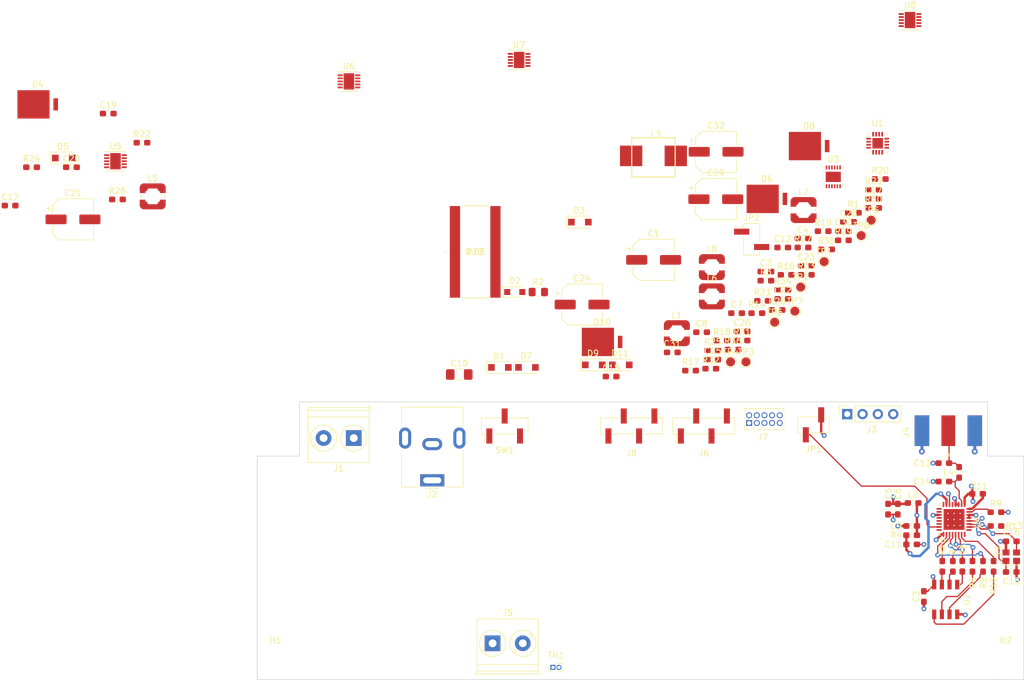
<source format=kicad_pcb>
(kicad_pcb (version 20171130) (host pcbnew 5.0.2+dfsg1-1)
  (layers (0 SIG1 signal) (1 GND signal hide) (2 PWR signal) (31 SIG2 signal) (34 B.Paste user) (35 F.Paste user) (36 B.SilkS user) (37 F.SilkS user) (38 B.Mask user) (39 F.Mask user) (44 Edge.Cuts user))
  (net 0 "")
  (net 1 GND)
  (net 2 +12V)
  (net 3 DUST_VCC)
  (net 4 BME280_VCC)
  (net 5 WIND_VCC)
  (net 6 BME280_SDA)
  (net 7 BME280_SCL)
  (net 8 DUST_RX)
  (net 9 DUST_TX)
  (net 10 PRG)
  (net 11 "Net-(L5-Pad1)")
  (net 12 "Net-(L5-Pad2)")
  (net 13 SD_CMD)
  (net 14 SD_CLK)
  (net 15 SD_D0)
  (net 16 SD_D2)
  (net 17 SD_D3)
  (net 18 SD_D1)
  (net 19 ADC)
  (net 20 DUST_3V3)
  (net 21 DUST_EN)
  (net 22 WIND_EN)
  (net 23 BME280_EN)
  (net 24 "Net-(C11-Pad1)")
  (net 25 "Net-(C12-Pad1)")
  (net 26 "Net-(L6-Pad1)")
  (net 27 "Net-(L6-Pad2)")
  (net 28 "Net-(R8-Pad2)")
  (net 29 "Net-(R34-Pad2)")
  (net 30 "Net-(C1-Pad1)")
  (net 31 ESP_VCC)
  (net 32 +9VA)
  (net 33 5V6)
  (net 34 "Net-(C8-Pad1)")
  (net 35 "Net-(C12-Pad2)")
  (net 36 "Net-(C13-Pad1)")
  (net 37 "Net-(C14-Pad1)")
  (net 38 "Net-(C15-Pad1)")
  (net 39 "Net-(C16-Pad1)")
  (net 40 "Net-(C17-Pad1)")
  (net 41 "Net-(C18-Pad1)")
  (net 42 "Net-(C19-Pad2)")
  (net 43 "Net-(C22-Pad2)")
  (net 44 "Net-(C25-Pad1)")
  (net 45 "Net-(C26-Pad1)")
  (net 46 "Net-(C27-Pad2)")
  (net 47 "Net-(C30-Pad2)")
  (net 48 +9V)
  (net 49 "Net-(D2-Pad1)")
  (net 50 +BATT)
  (net 51 "Net-(L1-Pad1)")
  (net 52 "Net-(L7-Pad2)")
  (net 53 "Net-(L7-Pad1)")
  (net 54 "Net-(L8-Pad1)")
  (net 55 "Net-(L8-Pad2)")
  (net 56 "Net-(R1-Pad2)")
  (net 57 "Net-(R2-Pad2)")
  (net 58 "Net-(R5-Pad2)")
  (net 59 "Net-(R6-Pad2)")
  (net 60 "Net-(R7-Pad2)")
  (net 61 "Net-(R9-Pad1)")
  (net 62 "Net-(R10-Pad2)")
  (net 63 "Net-(R11-Pad1)")
  (net 64 "Net-(R12-Pad2)")
  (net 65 "Net-(R13-Pad2)")
  (net 66 "Net-(R14-Pad2)")
  (net 67 "Net-(R15-Pad2)")
  (net 68 "Net-(R16-Pad2)")
  (net 69 "Net-(R24-Pad2)")
  (net 70 "Net-(R25-Pad2)")
  (net 71 "Net-(TH1-Pad1)")
  (net 72 ~CHARGE)
  (net 73 ~FAULT)
  (net 74 "Net-(J7-Pad5)")
  (net 75 "Net-(J7-Pad10)")
  (module Capacitor_SMD:CP_Elec_6.3x5.4 (layer SIG1) (at 126.675001 55.475001)
    (fp_text reference C1 (at 0 -4.35) (layer F.SilkS))
    (fp_text value 22uF)
    (pad 2 smd roundrect (at 2.8 0) (size 3.5 1.6) (layers SIG1 F.Paste F.Mask) (roundrect_rratio 0.15625) (net 1 GND))
    (pad 1 smd roundrect (at -2.8 0) (size 3.5 1.6) (layers SIG1 F.Paste F.Mask) (roundrect_rratio 0.15625) (net 30 "Net-(C1-Pad1)"))
  )
  (module Capacitor_SMD:C_0603_1608Metric_Pad1.05x0.95mm_HandSolder (layer SIG1) (at 145.275001 57.415001)
    (fp_text reference C2 (at 0 -1.43) (layer F.SilkS))
    (fp_text value 100nF)
    (pad 1 smd roundrect (at -0.875 0) (size 1.05 0.95) (layers SIG1 F.Paste F.Mask) (net 30 "Net-(C1-Pad1)"))
    (pad 2 smd roundrect (at 0.875 0) (size 1.05 0.95) (layers SIG1 F.Paste F.Mask) (net 1 GND))
  )
  (module Capacitor_SMD:C_0603_1608Metric_Pad1.05x0.95mm_HandSolder (layer SIG1) (at 171.45 111.252 270)
    (fp_text reference C3 (at 0 1.27 270) (layer F.SilkS))
    (fp_text value 100nF)
    (pad 2 smd roundrect (at 0.875 0 270) (size 1.05 0.95) (layers SIG1 F.Paste F.Mask) (net 31 ESP_VCC))
    (pad 1 smd roundrect (at -0.875 0 270) (size 1.05 0.95) (layers SIG1 F.Paste F.Mask) (net 1 GND))
  )
  (module Capacitor_SMD:C_0603_1608Metric_Pad1.05x0.95mm_HandSolder (layer SIG1) (at 151.415001 51.915001)
    (fp_text reference C4 (at 0 -1.43) (layer F.SilkS))
    (fp_text value 10uF)
    (pad 2 smd roundrect (at 0.875 0) (size 1.05 0.95) (layers SIG1 F.Paste F.Mask) (net 1 GND))
    (pad 1 smd roundrect (at -0.875 0) (size 1.05 0.95) (layers SIG1 F.Paste F.Mask) (net 32 +9VA))
  )
  (module Capacitor_SMD:C_0603_1608Metric_Pad1.05x0.95mm_HandSolder (layer SIG1) (at 165.513001 96.774 270)
    (fp_text reference C5 (at -2.54 -0.094999 270) (layer F.SilkS))
    (fp_text value 10uF)
    (pad 1 smd roundrect (at -0.875 0 270) (size 1.05 0.95) (layers SIG1 F.Paste F.Mask) (net 31 ESP_VCC))
    (pad 2 smd roundrect (at 0.875 0 270) (size 1.05 0.95) (layers SIG1 F.Paste F.Mask) (net 1 GND))
  )
  (module Capacitor_SMD:C_0603_1608Metric_Pad1.05x0.95mm_HandSolder (layer SIG1) (at 167.132 96.774 270)
    (fp_text reference C6 (at -2.54 0 270) (layer F.SilkS))
    (fp_text value 100nF)
    (pad 2 smd roundrect (at 0.875 0 270) (size 1.05 0.95) (layers SIG1 F.Paste F.Mask) (net 1 GND))
    (pad 1 smd roundrect (at -0.875 0 270) (size 1.05 0.95) (layers SIG1 F.Paste F.Mask) (net 31 ESP_VCC))
  )
  (module Capacitor_SMD:C_0603_1608Metric_Pad1.05x0.95mm_HandSolder (layer SIG1) (at 140.425001 64.305001)
    (fp_text reference C7 (at 0 -1.43) (layer F.SilkS))
    (fp_text value 22uF)
    (pad 2 smd roundrect (at 0.875 0) (size 1.05 0.95) (layers SIG1 F.Paste F.Mask) (net 1 GND))
    (pad 1 smd roundrect (at -0.875 0) (size 1.05 0.95) (layers SIG1 F.Paste F.Mask) (net 33 5V6))
  )
  (module Capacitor_SMD:C_0603_1608Metric_Pad1.05x0.95mm_HandSolder (layer SIG1) (at 134.625001 67.465001)
    (fp_text reference C8 (at 0 -1.43) (layer F.SilkS))
    (fp_text value 680pF)
    (pad 1 smd roundrect (at -0.875 0) (size 1.05 0.95) (layers SIG1 F.Paste F.Mask) (net 34 "Net-(C8-Pad1)"))
    (pad 2 smd roundrect (at 0.875 0) (size 1.05 0.95) (layers SIG1 F.Paste F.Mask) (net 1 GND))
  )
  (module Capacitor_SMD:C_0603_1608Metric_Pad1.05x0.95mm_HandSolder (layer SIG1) (at 169.418 99.568 180)
    (fp_text reference C9 (at 2.54 0 180) (layer F.SilkS))
    (fp_text value 1uF)
    (pad 2 smd roundrect (at 0.875 0 180) (size 1.05 0.95) (layers SIG1 F.Paste F.Mask) (net 1 GND))
    (pad 1 smd roundrect (at -0.875 0 180) (size 1.05 0.95) (layers SIG1 F.Paste F.Mask) (net 31 ESP_VCC))
  )
  (module Capacitor_SMD:C_1206_3216Metric_Pad1.42x1.75mm_HandSolder (layer SIG1) (at 94.475001 74.465001)
    (fp_text reference C10 (at 0 -1.82) (layer F.SilkS))
    (fp_text value 22uF)
    (pad 1 smd roundrect (at -1.4875 0) (size 1.425 1.75) (layers SIG1 F.Paste F.Mask) (roundrect_rratio 0.175439) (net 2 +12V))
    (pad 2 smd roundrect (at 1.4875 0) (size 1.425 1.75) (layers SIG1 F.Paste F.Mask) (roundrect_rratio 0.175439) (net 1 GND))
  )
  (module Capacitor_SMD:C_0603_1608Metric_Pad1.05x0.95mm_HandSolder (layer SIG1) (at 169.418 102.616)
    (fp_text reference C11 (at -3.048 0) (layer F.SilkS))
    (fp_text value 100nF)
    (pad 1 smd roundrect (at -0.875 0) (size 1.05 0.95) (layers SIG1 F.Paste F.Mask) (net 24 "Net-(C11-Pad1)"))
    (pad 2 smd roundrect (at 0.875 0) (size 1.05 0.95) (layers SIG1 F.Paste F.Mask) (net 1 GND))
  )
  (module Capacitor_SMD:C_0603_1608Metric_Pad1.05x0.95mm_HandSolder (layer SIG1) (at 148.065001 53.425001)
    (fp_text reference C12 (at 0 -1.43) (layer F.SilkS))
    (fp_text value 1uF/50V)
    (pad 1 smd roundrect (at -0.875 0) (size 1.05 0.95) (layers SIG1 F.Paste F.Mask) (net 25 "Net-(C12-Pad1)"))
    (pad 2 smd roundrect (at 0.875 0) (size 1.05 0.95) (layers SIG1 F.Paste F.Mask) (net 35 "Net-(C12-Pad2)"))
  )
  (module Capacitor_SMD:C_0603_1608Metric_Pad1.05x0.95mm_HandSolder (layer SIG1) (at 174.752 89.154 180)
    (fp_text reference C13 (at 3.556 0 180) (layer F.SilkS))
    (fp_text value 2.4pF)
    (pad 2 smd roundrect (at 0.875 0 180) (size 1.05 0.95) (layers SIG1 F.Paste F.Mask) (net 1 GND))
    (pad 1 smd roundrect (at -0.875 0 180) (size 1.05 0.95) (layers SIG1 F.Paste F.Mask) (net 36 "Net-(C13-Pad1)"))
  )
  (module Capacitor_SMD:C_0603_1608Metric_Pad1.05x0.95mm_HandSolder (layer SIG1) (at 174.752 92.202 180)
    (fp_text reference C14 (at 3.556 0 180) (layer F.SilkS))
    (fp_text value 3pF)
    (pad 1 smd roundrect (at -0.875 0 180) (size 1.05 0.95) (layers SIG1 F.Paste F.Mask) (net 37 "Net-(C14-Pad1)"))
    (pad 2 smd roundrect (at 0.875 0 180) (size 1.05 0.95) (layers SIG1 F.Paste F.Mask) (net 1 GND))
  )
  (module Capacitor_SMD:C_0603_1608Metric_Pad1.05x0.95mm_HandSolder (layer SIG1) (at 185.928 107.188)
    (fp_text reference C15 (at 0 1.524) (layer F.SilkS))
    (fp_text value 10pF)
    (pad 1 smd roundrect (at -0.875 0) (size 1.05 0.95) (layers SIG1 F.Paste F.Mask) (net 38 "Net-(C15-Pad1)"))
    (pad 2 smd roundrect (at 0.875 0) (size 1.05 0.95) (layers SIG1 F.Paste F.Mask) (net 1 GND))
  )
  (module Capacitor_SMD:C_0603_1608Metric_Pad1.05x0.95mm_HandSolder (layer SIG1) (at 185.928 102.108 180)
    (fp_text reference C16 (at 0 1.524 180) (layer F.SilkS))
    (fp_text value 10pF)
    (pad 1 smd roundrect (at -0.875 0 180) (size 1.05 0.95) (layers SIG1 F.Paste F.Mask) (net 39 "Net-(C16-Pad1)"))
    (pad 2 smd roundrect (at 0.875 0 180) (size 1.05 0.95) (layers SIG1 F.Paste F.Mask) (net 1 GND))
  )
  (module Capacitor_SMD:C_0603_1608Metric_Pad1.05x0.95mm_HandSolder (layer SIG1) (at 20.066 46.482)
    (fp_text reference C17 (at 0 -1.43) (layer F.SilkS))
    (fp_text value 22uF)
    (pad 2 smd roundrect (at 0.875 0) (size 1.05 0.95) (layers SIG1 F.Paste F.Mask) (net 1 GND))
    (pad 1 smd roundrect (at -0.875 0) (size 1.05 0.95) (layers SIG1 F.Paste F.Mask) (net 40 "Net-(C17-Pad1)"))
  )
  (module Capacitor_SMD:C_0603_1608Metric_Pad1.05x0.95mm_HandSolder (layer SIG1) (at 119.635001 74.805001)
    (fp_text reference C18 (at 0 -1.43) (layer F.SilkS))
    (fp_text value 22uF)
    (pad 2 smd roundrect (at 0.875 0) (size 1.05 0.95) (layers SIG1 F.Paste F.Mask) (net 1 GND))
    (pad 1 smd roundrect (at -0.875 0) (size 1.05 0.95) (layers SIG1 F.Paste F.Mask) (net 41 "Net-(C18-Pad1)"))
  )
  (module Capacitor_SMD:C_0603_1608Metric_Pad1.05x0.95mm_HandSolder (layer SIG1) (at 36.322 31.242)
    (fp_text reference C19 (at 0 -1.43) (layer F.SilkS))
    (fp_text value 4.7uF)
    (pad 1 smd roundrect (at -0.875 0) (size 1.05 0.95) (layers SIG1 F.Paste F.Mask) (net 31 ESP_VCC))
    (pad 2 smd roundrect (at 0.875 0) (size 1.05 0.95) (layers SIG1 F.Paste F.Mask) (net 42 "Net-(C19-Pad2)"))
  )
  (module Capacitor_SMD:C_0603_1608Metric_Pad1.05x0.95mm_HandSolder (layer SIG1) (at 30.226 40.132)
    (fp_text reference C20 (at 0 -1.43) (layer F.SilkS))
    (fp_text value 1uF)
    (pad 1 smd roundrect (at -0.875 0) (size 1.05 0.95) (layers SIG1 F.Paste F.Mask) (net 31 ESP_VCC))
    (pad 2 smd roundrect (at 0.875 0) (size 1.05 0.95) (layers SIG1 F.Paste F.Mask) (net 1 GND))
  )
  (module Capacitor_SMD:CP_Elec_6.3x5.4 (layer SIG1) (at 30.48 48.768)
    (fp_text reference C21 (at 0 -4.35) (layer F.SilkS))
    (fp_text value 22uF)
    (pad 1 smd roundrect (at -2.8 0) (size 3.5 1.6) (layers SIG1 F.Paste F.Mask) (roundrect_rratio 0.15625) (net 31 ESP_VCC))
    (pad 2 smd roundrect (at 2.8 0) (size 3.5 1.6) (layers SIG1 F.Paste F.Mask) (roundrect_rratio 0.15625) (net 1 GND))
  )
  (module Capacitor_SMD:C_0603_1608Metric_Pad1.05x0.95mm_HandSolder (layer SIG1) (at 148.085001 61.945001)
    (fp_text reference C22 (at 0 -1.43) (layer F.SilkS))
    (fp_text value 47pF)
    (pad 2 smd roundrect (at 0.875 0) (size 1.05 0.95) (layers SIG1 F.Paste F.Mask) (net 43 "Net-(C22-Pad2)"))
    (pad 1 smd roundrect (at -0.875 0) (size 1.05 0.95) (layers SIG1 F.Paste F.Mask) (net 3 DUST_VCC))
  )
  (module Capacitor_SMD:C_0603_1608Metric_Pad1.05x0.95mm_HandSolder (layer SIG1) (at 151.975001 56.445001)
    (fp_text reference C23 (at 0 -1.43) (layer F.SilkS))
    (fp_text value 1uF)
    (pad 2 smd roundrect (at 0.875 0) (size 1.05 0.95) (layers SIG1 F.Paste F.Mask) (net 1 GND))
    (pad 1 smd roundrect (at -0.875 0) (size 1.05 0.95) (layers SIG1 F.Paste F.Mask) (net 3 DUST_VCC))
  )
  (module Capacitor_SMD:CP_Elec_6.3x5.4 (layer SIG1) (at 114.825001 62.875001)
    (fp_text reference C24 (at 0 -4.35) (layer F.SilkS))
    (fp_text value 22uF)
    (pad 2 smd roundrect (at 2.8 0) (size 3.5 1.6) (layers SIG1 F.Paste F.Mask) (roundrect_rratio 0.15625) (net 1 GND))
    (pad 1 smd roundrect (at -2.8 0) (size 3.5 1.6) (layers SIG1 F.Paste F.Mask) (roundrect_rratio 0.15625) (net 3 DUST_VCC))
  )
  (module Capacitor_SMD:C_0603_1608Metric_Pad1.05x0.95mm_HandSolder (layer SIG1) (at 136.475001 71.995001)
    (fp_text reference C25 (at 0 -1.43) (layer F.SilkS))
    (fp_text value 22uF)
    (pad 1 smd roundrect (at -0.875 0) (size 1.05 0.95) (layers SIG1 F.Paste F.Mask) (net 44 "Net-(C25-Pad1)"))
    (pad 2 smd roundrect (at 0.875 0) (size 1.05 0.95) (layers SIG1 F.Paste F.Mask) (net 1 GND))
  )
  (module Capacitor_SMD:C_0603_1608Metric_Pad1.05x0.95mm_HandSolder (layer SIG1) (at 141.325001 67.325001)
    (fp_text reference C26 (at 0 -1.43) (layer F.SilkS))
    (fp_text value 22uF)
    (pad 2 smd roundrect (at 0.875 0) (size 1.05 0.95) (layers SIG1 F.Paste F.Mask) (net 1 GND))
    (pad 1 smd roundrect (at -0.875 0) (size 1.05 0.95) (layers SIG1 F.Paste F.Mask) (net 45 "Net-(C26-Pad1)"))
  )
  (module Capacitor_SMD:C_0603_1608Metric_Pad1.05x0.95mm_HandSolder (layer SIG1) (at 163.115001 45.365001)
    (fp_text reference C27 (at 0 -1.43) (layer F.SilkS))
    (fp_text value 4.7uF)
    (pad 2 smd roundrect (at 0.875 0) (size 1.05 0.95) (layers SIG1 F.Paste F.Mask) (net 46 "Net-(C27-Pad2)"))
    (pad 1 smd roundrect (at -0.875 0) (size 1.05 0.95) (layers SIG1 F.Paste F.Mask) (net 4 BME280_VCC))
  )
  (module Capacitor_SMD:C_0603_1608Metric_Pad1.05x0.95mm_HandSolder (layer SIG1) (at 158.965001 49.185001)
    (fp_text reference C28 (at 0 -1.43) (layer F.SilkS))
    (fp_text value 1uF)
    (pad 2 smd roundrect (at 0.875 0) (size 1.05 0.95) (layers SIG1 F.Paste F.Mask) (net 1 GND))
    (pad 1 smd roundrect (at -0.875 0) (size 1.05 0.95) (layers SIG1 F.Paste F.Mask) (net 4 BME280_VCC))
  )
  (module Capacitor_SMD:CP_Elec_6.3x5.4 (layer SIG1) (at 136.975001 45.425001)
    (fp_text reference C29 (at 0 -4.35) (layer F.SilkS))
    (fp_text value 22uF)
    (pad 1 smd roundrect (at -2.8 0) (size 3.5 1.6) (layers SIG1 F.Paste F.Mask) (roundrect_rratio 0.15625) (net 4 BME280_VCC))
    (pad 2 smd roundrect (at 2.8 0) (size 3.5 1.6) (layers SIG1 F.Paste F.Mask) (roundrect_rratio 0.15625) (net 1 GND))
  )
  (module Capacitor_SMD:C_0603_1608Metric_Pad1.05x0.95mm_HandSolder (layer SIG1) (at 158.115001 50.725001)
    (fp_text reference C30 (at 0 -1.43) (layer F.SilkS))
    (fp_text value 47pF)
    (pad 1 smd roundrect (at -0.875 0) (size 1.05 0.95) (layers SIG1 F.Paste F.Mask) (net 5 WIND_VCC))
    (pad 2 smd roundrect (at 0.875 0) (size 1.05 0.95) (layers SIG1 F.Paste F.Mask) (net 47 "Net-(C30-Pad2)"))
  )
  (module Capacitor_SMD:C_0603_1608Metric_Pad1.05x0.95mm_HandSolder (layer SIG1) (at 129.775001 70.805001)
    (fp_text reference C31 (at 0 -1.43) (layer F.SilkS))
    (fp_text value 1uF)
    (pad 1 smd roundrect (at -0.875 0) (size 1.05 0.95) (layers SIG1 F.Paste F.Mask) (net 5 WIND_VCC))
    (pad 2 smd roundrect (at 0.875 0) (size 1.05 0.95) (layers SIG1 F.Paste F.Mask) (net 1 GND))
  )
  (module Capacitor_SMD:CP_Elec_6.3x5.4 (layer SIG1) (at 137.025001 37.575001)
    (fp_text reference C32 (at 0 -4.35) (layer F.SilkS))
    (fp_text value 22uF)
    (pad 1 smd roundrect (at -2.8 0) (size 3.5 1.6) (layers SIG1 F.Paste F.Mask) (roundrect_rratio 0.15625) (net 5 WIND_VCC))
    (pad 2 smd roundrect (at 2.8 0) (size 3.5 1.6) (layers SIG1 F.Paste F.Mask) (roundrect_rratio 0.15625) (net 1 GND))
  )
  (module Diode_SMD:D_SOD-123F (layer SIG1) (at 101.210001 73.295001)
    (fp_text reference D1 (at -0.127 -1.905) (layer F.SilkS))
    (fp_text value DB2W40300L)
    (pad 1 smd rect (at -1.4 0) (size 1.1 1.1) (layers SIG1 F.Paste F.Mask) (net 2 +12V))
    (pad 2 smd rect (at 1.4 0) (size 1.1 1.1) (layers SIG1 F.Paste F.Mask) (net 48 +9V))
  )
  (module Diode_SMD:D_SOD-323_HandSoldering (layer SIG1) (at 103.675001 60.805001)
    (fp_text reference D2 (at 0 -1.85) (layer F.SilkS))
    (fp_text value CMDSH2-4L)
    (pad 1 smd rect (at -1.25 0) (size 1 1) (layers SIG1 F.Paste F.Mask) (net 49 "Net-(D2-Pad1)"))
    (pad 2 smd rect (at 1.25 0) (size 1 1) (layers SIG1 F.Paste F.Mask) (net 1 GND))
  )
  (module Diode_SMD:D_SOD-123F (layer SIG1) (at 114.460001 49.225001)
    (fp_text reference D3 (at -0.127 -1.905) (layer F.SilkS))
    (fp_text value DB2W40300L)
    (pad 2 smd rect (at 1.4 0) (size 1.1 1.1) (layers SIG1 F.Paste F.Mask) (net 50 +BATT))
    (pad 1 smd rect (at -1.4 0) (size 1.1 1.1) (layers SIG1 F.Paste F.Mask) (net 35 "Net-(C12-Pad2)"))
  )
  (module Diode_SMD:D_Powermite2_AK (layer SIG1) (at 24.638 29.718)
    (fp_text reference D4 (at 0 -3.3) (layer F.SilkS))
    (fp_text value UPS115UE3)
    (pad 1 smd rect (at -0.6985 0) (size 5.33 4.7) (layers SIG1 F.Paste F.Mask) (net 40 "Net-(C17-Pad1)"))
    (pad 2 smd rect (at 2.9825 0) (size 0.762 2.03) (layers SIG1 F.Paste F.Mask) (net 50 +BATT))
  )
  (module Diode_SMD:D_SOD-123F (layer SIG1) (at 28.956 38.608)
    (fp_text reference D5 (at -0.127 -1.905) (layer F.SilkS))
    (fp_text value DB2W40300L)
    (pad 2 smd rect (at 1.4 0) (size 1.1 1.1) (layers SIG1 F.Paste F.Mask) (net 33 5V6))
    (pad 1 smd rect (at -1.4 0) (size 1.1 1.1) (layers SIG1 F.Paste F.Mask) (net 40 "Net-(C17-Pad1)"))
  )
  (module Diode_SMD:D_Powermite2_AK (layer SIG1) (at 145.445001 45.375001)
    (fp_text reference D6 (at 0 -3.3) (layer F.SilkS))
    (fp_text value UPS115UE3)
    (pad 2 smd rect (at 2.9825 0) (size 0.762 2.03) (layers SIG1 F.Paste F.Mask) (net 50 +BATT))
    (pad 1 smd rect (at -0.6985 0) (size 5.33 4.7) (layers SIG1 F.Paste F.Mask) (net 41 "Net-(C18-Pad1)"))
  )
  (module Diode_SMD:D_SOD-123F (layer SIG1) (at 105.690001 73.295001)
    (fp_text reference D7 (at -0.127 -1.905) (layer F.SilkS))
    (fp_text value DB2W40300L)
    (pad 1 smd rect (at -1.4 0) (size 1.1 1.1) (layers SIG1 F.Paste F.Mask) (net 41 "Net-(C18-Pad1)"))
    (pad 2 smd rect (at 1.4 0) (size 1.1 1.1) (layers SIG1 F.Paste F.Mask) (net 33 5V6))
  )
  (module Diode_SMD:D_Powermite2_AK (layer SIG1) (at 152.445001 36.625001)
    (fp_text reference D8 (at 0 -3.3) (layer F.SilkS))
    (fp_text value UPS115UE3)
    (pad 1 smd rect (at -0.6985 0) (size 5.33 4.7) (layers SIG1 F.Paste F.Mask) (net 44 "Net-(C25-Pad1)"))
    (pad 2 smd rect (at 2.9825 0) (size 0.762 2.03) (layers SIG1 F.Paste F.Mask) (net 50 +BATT))
  )
  (module Diode_SMD:D_SOD-123F (layer SIG1) (at 116.760001 72.875001)
    (fp_text reference D9 (at -0.127 -1.905) (layer F.SilkS))
    (fp_text value DB2W40300L)
    (pad 1 smd rect (at -1.4 0) (size 1.1 1.1) (layers SIG1 F.Paste F.Mask) (net 44 "Net-(C25-Pad1)"))
    (pad 2 smd rect (at 1.4 0) (size 1.1 1.1) (layers SIG1 F.Paste F.Mask) (net 33 5V6))
  )
  (module Diode_SMD:D_Powermite2_AK (layer SIG1) (at 118.145001 69.075001)
    (fp_text reference D10 (at 0 -3.3) (layer F.SilkS))
    (fp_text value UPS115UE3)
    (pad 2 smd rect (at 2.9825 0) (size 0.762 2.03) (layers SIG1 F.Paste F.Mask) (net 50 +BATT))
    (pad 1 smd rect (at -0.6985 0) (size 5.33 4.7) (layers SIG1 F.Paste F.Mask) (net 45 "Net-(C26-Pad1)"))
  )
  (module Diode_SMD:D_SOD-123F (layer SIG1) (at 121.240001 72.875001)
    (fp_text reference D11 (at -0.127 -1.905) (layer F.SilkS))
    (fp_text value DB2W40300L)
    (pad 2 smd rect (at 1.4 0) (size 1.1 1.1) (layers SIG1 F.Paste F.Mask) (net 33 5V6))
    (pad 1 smd rect (at -1.4 0) (size 1.1 1.1) (layers SIG1 F.Paste F.Mask) (net 45 "Net-(C26-Pad1)"))
  )
  (module MountingHole:MountingHole_2.5mm (layer SIG1) (at 64 122)
    (fp_text reference H1 (at 0 -3.5) (layer F.SilkS))
    (fp_text value MountingHole)
    (pad 1 np_thru_hole circle (at 0 0) (size 2.5 2.5) (drill 2.5) (layers *.Cu *.Mask))
  )
  (module MountingHole:MountingHole_2.5mm (layer SIG1) (at 185 122)
    (fp_text reference H2 (at 0 -3.5) (layer F.SilkS))
    (fp_text value MountingHole)
    (pad 1 np_thru_hole circle (at 0 0) (size 2.5 2.5) (drill 2.5) (layers *.Cu *.Mask))
  )
  (module TerminalBlock_Phoenix:TerminalBlock_Phoenix_PT-1,5-2-5.0-H_1x02_P5.00mm_Horizontal (layer SIG1) (at 77 85 180)
    (fp_text reference J1 (at 2.5 -5.06 180) (layer F.SilkS))
    (fp_text value "Solar Panel")
    (pad 1 thru_hole rect (at 0 0 180) (size 2.6 2.6) (drill 1.3) (layers *.Cu *.Mask) (net 2 +12V))
    (pad 2 thru_hole circle (at 5 0 180) (size 2.6 2.6) (drill 1.3) (layers *.Cu *.Mask) (net 1 GND))
  )
  (module Connector_BarrelJack:BarrelJack_CUI_PJ-063AH_Horizontal (layer SIG1) (at 90 92 180)
    (fp_text reference J2 (at 0 -2.3 180) (layer F.SilkS))
    (fp_text value "9V 3A")
    (pad 1 thru_hole rect (at 0 0 180) (size 4 2) (drill oval 3 1) (layers *.Cu *.Mask) (net 30 "Net-(C1-Pad1)"))
    (pad 2 thru_hole oval (at 0 6 180) (size 3.3 2) (drill oval 2.3 1) (layers *.Cu *.Mask) (net 1 GND))
    (pad MP thru_hole oval (at -4.5 7 180) (size 2 3.5) (drill oval 1 2.5) (layers *.Cu *.Mask))
    (pad MP thru_hole oval (at 4.5 7 180) (size 2 3.5) (drill oval 1 2.5) (layers *.Cu *.Mask))
    (pad "" np_thru_hole circle (at 0 9 180) (size 1.6 1.6) (drill 1.6) (layers *.Cu *.Mask))
  )
  (module Connector_PinSocket_2.54mm:PinSocket_1x04_P2.54mm_Vertical (layer SIG1) (at 158.75 81.026 90)
    (fp_text reference J3 (at -2.54 4.064 180) (layer F.SilkS))
    (fp_text value "ESP8266 UART")
    (pad 1 thru_hole rect (at 0 0 90) (size 1.7 1.7) (drill 1) (layers *.Cu *.Mask) (net 9 DUST_TX))
    (pad 2 thru_hole oval (at 0 2.54 90) (size 1.7 1.7) (drill 1) (layers *.Cu *.Mask) (net 8 DUST_RX))
    (pad 3 thru_hole oval (at 0 5.08 90) (size 1.7 1.7) (drill 1) (layers *.Cu *.Mask) (net 31 ESP_VCC))
    (pad 4 thru_hole oval (at 0 7.62 90) (size 1.7 1.7) (drill 1) (layers *.Cu *.Mask) (net 1 GND))
  )
  (module Connector_Coaxial:SMA_Molex_73251-1153_EdgeMount_Horizontal (layer SIG1) (at 175.5 85.5 270)
    (fp_text reference J4 (at -1.5 7 270) (layer F.SilkS))
    (fp_text value "WiFi Antenna")
    (pad 1 smd rect (at -1.72 0 270) (size 5.08 2.29) (layers SIG1 F.Paste F.Mask) (net 36 "Net-(C13-Pad1)"))
    (pad 2 smd rect (at -1.72 -4.38 270) (size 5.08 2.42) (layers SIG1 F.Paste F.Mask) (net 1 GND))
    (pad 2 smd rect (at -1.72 4.38 270) (size 5.08 2.42) (layers SIG1 F.Paste F.Mask) (net 1 GND))
    (pad 2 smd rect (at -1.72 -4.38 270) (size 5.08 2.42) (layers SIG2 B.Paste B.Mask) (net 1 GND))
    (pad 2 smd rect (at -1.72 4.38 270) (size 5.08 2.42) (layers SIG2 B.Paste B.Mask) (net 1 GND))
    (pad 2 thru_hole circle (at 1.72 -4.38 270) (size 0.97 0.97) (drill 0.46) (layers *.Cu) (net 1 GND))
    (pad 2 thru_hole circle (at 1.72 4.38 270) (size 0.97 0.97) (drill 0.46) (layers *.Cu) (net 1 GND))
    (pad 2 smd rect (at 1.27 -4.38 270) (size 0.95 0.46) (layers SIG1) (net 1 GND))
    (pad 2 smd rect (at 1.27 4.38 270) (size 0.95 0.46) (layers SIG1) (net 1 GND))
    (pad 2 smd rect (at 1.27 -4.38 270) (size 0.95 0.46) (layers SIG2) (net 1 GND))
    (pad 2 smd rect (at 1.27 4.38 270) (size 0.95 0.46) (layers SIG2) (net 1 GND))
  )
  (module TerminalBlock_Phoenix:TerminalBlock_Phoenix_PT-1,5-2-5.0-H_1x02_P5.00mm_Horizontal (layer SIG1) (at 100 119)
    (fp_text reference J5 (at 2.5 -5.06) (layer F.SilkS))
    (fp_text value LiFePO4)
    (pad 2 thru_hole circle (at 5 0) (size 2.6 2.6) (drill 1.3) (layers *.Cu *.Mask) (net 1 GND))
    (pad 1 thru_hole rect (at 0 0) (size 2.6 2.6) (drill 1.3) (layers *.Cu *.Mask) (net 50 +BATT))
  )
  (module Connector_PinHeader_2.54mm:PinHeader_1x04_P2.54mm_Vertical_SMD_Pin1Left (layer SIG1) (at 135 83 90)
    (fp_text reference J6 (at -4.5 0 180) (layer F.SilkS))
    (fp_text value BME280)
    (pad 4 smd rect (at 1.655 3.81 90) (size 2.51 1) (layers SIG1 F.Paste F.Mask) (net 1 GND))
    (pad 2 smd rect (at 1.655 -1.27 90) (size 2.51 1) (layers SIG1 F.Paste F.Mask) (net 6 BME280_SDA))
    (pad 3 smd rect (at -1.655 1.27 90) (size 2.51 1) (layers SIG1 F.Paste F.Mask) (net 4 BME280_VCC))
    (pad 1 smd rect (at -1.655 -3.81 90) (size 2.51 1) (layers SIG1 F.Paste F.Mask) (net 7 BME280_SCL))
  )
  (module Connector_PinHeader_1.27mm:PinHeader_2x05_P1.27mm_Vertical (layer SIG1) (at 142.494 82.5 90)
    (fp_text reference J7 (at -2.336 2.286 180) (layer F.SilkS))
    (fp_text value PMS7003)
    (pad 1 thru_hole rect (at 0 0 90) (size 1 1) (drill 0.65) (layers *.Cu *.Mask) (net 3 DUST_VCC))
    (pad 2 thru_hole oval (at 1.27 0 90) (size 1 1) (drill 0.65) (layers *.Cu *.Mask) (net 3 DUST_VCC))
    (pad 3 thru_hole oval (at 0 1.27 90) (size 1 1) (drill 0.65) (layers *.Cu *.Mask) (net 1 GND))
    (pad 4 thru_hole oval (at 1.27 1.27 90) (size 1 1) (drill 0.65) (layers *.Cu *.Mask) (net 1 GND))
    (pad 5 thru_hole oval (at 0 2.54 90) (size 1 1) (drill 0.65) (layers *.Cu *.Mask) (net 74 "Net-(J7-Pad5)"))
    (pad 6 thru_hole oval (at 1.27 2.54 90) (size 1 1) (drill 0.65) (layers *.Cu *.Mask))
    (pad 7 thru_hole oval (at 0 3.81 90) (size 1 1) (drill 0.65) (layers *.Cu *.Mask) (net 8 DUST_RX))
    (pad 8 thru_hole oval (at 1.27 3.81 90) (size 1 1) (drill 0.65) (layers *.Cu *.Mask))
    (pad 9 thru_hole oval (at 0 5.08 90) (size 1 1) (drill 0.65) (layers *.Cu *.Mask) (net 9 DUST_TX))
    (pad 10 thru_hole oval (at 1.27 5.08 90) (size 1 1) (drill 0.65) (layers *.Cu *.Mask) (net 75 "Net-(J7-Pad10)"))
  )
  (module Connector_PinHeader_2.54mm:PinHeader_1x04_P2.54mm_Vertical_SMD_Pin1Left (layer SIG1) (at 123 83 270)
    (fp_text reference J8 (at 4.5 0) (layer F.SilkS))
    (fp_text value WIND)
    (pad 1 smd rect (at -1.655 -3.81 270) (size 2.51 1) (layers SIG1 F.Paste F.Mask) (net 7 BME280_SCL))
    (pad 3 smd rect (at -1.655 1.27 270) (size 2.51 1) (layers SIG1 F.Paste F.Mask) (net 5 WIND_VCC))
    (pad 2 smd rect (at 1.655 -1.27 270) (size 2.51 1) (layers SIG1 F.Paste F.Mask) (net 6 BME280_SDA))
    (pad 4 smd rect (at 1.655 3.81 270) (size 2.51 1) (layers SIG1 F.Paste F.Mask) (net 1 GND))
  )
  (module Connector_PinHeader_2.54mm:PinHeader_1x02_P2.54mm_Vertical_SMD_Pin1Left (layer SIG1) (at 153.162 82.804 90)
    (fp_text reference JP1 (at -4.064 0 180) (layer F.SilkS))
    (fp_text value "Programming mode")
    (pad 2 smd rect (at 1.655 1.27 90) (size 2.51 1) (layers SIG1 F.Paste F.Mask) (net 1 GND))
    (pad 1 smd rect (at -1.655 -1.27 90) (size 2.51 1) (layers SIG1 F.Paste F.Mask) (net 10 PRG))
  )
  (module Connector_PinHeader_2.54mm:PinHeader_1x02_P2.54mm_Vertical_SMD_Pin1Left (layer SIG1) (at 142.915001 52.075001)
    (fp_text reference JP2 (at 0 -3.6) (layer F.SilkS))
    (fp_text value Reset)
    (pad 1 smd rect (at -1.655 -1.27) (size 2.51 1) (layers SIG1 F.Paste F.Mask) (net 1 GND))
    (pad 2 smd rect (at 1.655 1.27) (size 2.51 1) (layers SIG1 F.Paste F.Mask) (net 31 ESP_VCC))
  )
  (module Inductor_SMD:L_Wuerth_WE-TPC-3816 (layer SIG1) (at 130.525001 67.625001)
    (fp_text reference L1 (at 0 -3) (layer F.SilkS))
    (fp_text value 2.2uH)
    (pad 1 smd rect (at 0 -1.725) (size 2.9 0.85) (layers SIG1 F.Paste F.Mask) (net 51 "Net-(L1-Pad1)"))
    (pad 1 smd rect (at -1.675 -1) (size 0.95 0.9) (layers SIG1 F.Paste F.Mask) (net 51 "Net-(L1-Pad1)"))
    (pad 2 smd rect (at 0 1.725) (size 2.9 0.85) (layers SIG1 F.Paste F.Mask) (net 33 5V6))
    (pad 1 smd rect (at 1.675 -1) (size 0.95 0.9) (layers SIG1 F.Paste F.Mask) (net 51 "Net-(L1-Pad1)"))
    (pad 2 smd rect (at 1.675 1) (size 0.95 0.9) (layers SIG1 F.Paste F.Mask) (net 33 5V6))
    (pad 2 smd rect (at -1.675 1) (size 0.95 0.9) (layers SIG1 F.Paste F.Mask) (net 33 5V6))
    (pad 1 smd circle (at -1.45 -1.45) (size 1.4 1.4) (layers SIG1 F.Paste F.Mask) (net 51 "Net-(L1-Pad1)"))
    (pad 1 smd circle (at 1.45 -1.45) (size 1.4 1.4) (layers SIG1 F.Paste F.Mask) (net 51 "Net-(L1-Pad1)"))
    (pad 2 smd circle (at -1.45 1.45) (size 1.4 1.4) (layers SIG1 F.Paste F.Mask) (net 33 5V6))
    (pad 2 smd circle (at 1.45 1.45) (size 1.4 1.4) (layers SIG1 F.Paste F.Mask) (net 33 5V6))
  )
  (module Inductor_SMD:L_0603_1608Metric_Pad1.05x0.95mm_HandSolder (layer SIG1) (at 169.672 95.758)
    (fp_text reference L2 (at 0 -1.43) (layer F.SilkS))
    (fp_text value 4.3nH)
    (pad 2 smd roundrect (at 0.875 0) (size 1.05 0.95) (layers SIG1 F.Paste F.Mask) (net 31 ESP_VCC))
    (pad 1 smd roundrect (at -0.875 0) (size 1.05 0.95) (layers SIG1 F.Paste F.Mask) (net 31 ESP_VCC))
  )
  (module CustomFootprints:SRP6540 (layer SIG1) (at 127.05 34.25)
    (fp_text reference L3 (at 0 0.5) (layer F.SilkS))
    (fp_text value 5.6uH)
    (pad 1 smd rect (at 3.3 4) (size 3.7 3.4) (layers SIG1 F.Paste F.Mask) (net 25 "Net-(C12-Pad1)"))
    (pad 2 smd rect (at -4.1 4) (size 3.7 3.4) (layers SIG1 F.Paste F.Mask) (net 49 "Net-(D2-Pad1)"))
  )
  (module Inductor_SMD:L_0603_1608Metric_Pad1.05x0.95mm_HandSolder (layer SIG1) (at 177.292 90.678 270)
    (fp_text reference L4 (at 0 1.778) (layer F.SilkS))
    (fp_text value 2.2nH)
    (pad 1 smd roundrect (at -0.875 0 270) (size 1.05 0.95) (layers SIG1 F.Paste F.Mask) (net 36 "Net-(C13-Pad1)"))
    (pad 2 smd roundrect (at 0.875 0 270) (size 1.05 0.95) (layers SIG1 F.Paste F.Mask) (net 37 "Net-(C14-Pad1)"))
  )
  (module Inductor_SMD:L_Wuerth_WE-TPC-3816 (layer SIG1) (at 43.688 44.958)
    (fp_text reference L5 (at 0 -3) (layer F.SilkS))
    (fp_text value 2.2uH)
    (pad 1 smd rect (at 0 -1.725) (size 2.9 0.85) (layers SIG1 F.Paste F.Mask) (net 11 "Net-(L5-Pad1)"))
    (pad 1 smd rect (at -1.675 -1) (size 0.95 0.9) (layers SIG1 F.Paste F.Mask) (net 11 "Net-(L5-Pad1)"))
    (pad 2 smd rect (at 0 1.725) (size 2.9 0.85) (layers SIG1 F.Paste F.Mask) (net 12 "Net-(L5-Pad2)"))
    (pad 1 smd rect (at 1.675 -1) (size 0.95 0.9) (layers SIG1 F.Paste F.Mask) (net 11 "Net-(L5-Pad1)"))
    (pad 2 smd rect (at 1.675 1) (size 0.95 0.9) (layers SIG1 F.Paste F.Mask) (net 12 "Net-(L5-Pad2)"))
    (pad 2 smd rect (at -1.675 1) (size 0.95 0.9) (layers SIG1 F.Paste F.Mask) (net 12 "Net-(L5-Pad2)"))
    (pad 1 smd circle (at -1.45 -1.45) (size 1.4 1.4) (layers SIG1 F.Paste F.Mask) (net 11 "Net-(L5-Pad1)"))
    (pad 1 smd circle (at 1.45 -1.45) (size 1.4 1.4) (layers SIG1 F.Paste F.Mask) (net 11 "Net-(L5-Pad1)"))
    (pad 2 smd circle (at -1.45 1.45) (size 1.4 1.4) (layers SIG1 F.Paste F.Mask) (net 12 "Net-(L5-Pad2)"))
    (pad 2 smd circle (at 1.45 1.45) (size 1.4 1.4) (layers SIG1 F.Paste F.Mask) (net 12 "Net-(L5-Pad2)"))
  )
  (module Inductor_SMD:L_Wuerth_WE-TPC-3816 (layer SIG1) (at 136.325001 61.525001)
    (fp_text reference L6 (at 0 -3) (layer F.SilkS))
    (fp_text value 2.2uH)
    (pad 2 smd circle (at 1.45 1.45) (size 1.4 1.4) (layers SIG1 F.Paste F.Mask) (net 27 "Net-(L6-Pad2)"))
    (pad 2 smd circle (at -1.45 1.45) (size 1.4 1.4) (layers SIG1 F.Paste F.Mask) (net 27 "Net-(L6-Pad2)"))
    (pad 1 smd circle (at 1.45 -1.45) (size 1.4 1.4) (layers SIG1 F.Paste F.Mask) (net 26 "Net-(L6-Pad1)"))
    (pad 1 smd circle (at -1.45 -1.45) (size 1.4 1.4) (layers SIG1 F.Paste F.Mask) (net 26 "Net-(L6-Pad1)"))
    (pad 2 smd rect (at -1.675 1) (size 0.95 0.9) (layers SIG1 F.Paste F.Mask) (net 27 "Net-(L6-Pad2)"))
    (pad 2 smd rect (at 1.675 1) (size 0.95 0.9) (layers SIG1 F.Paste F.Mask) (net 27 "Net-(L6-Pad2)"))
    (pad 1 smd rect (at 1.675 -1) (size 0.95 0.9) (layers SIG1 F.Paste F.Mask) (net 26 "Net-(L6-Pad1)"))
    (pad 2 smd rect (at 0 1.725) (size 2.9 0.85) (layers SIG1 F.Paste F.Mask) (net 27 "Net-(L6-Pad2)"))
    (pad 1 smd rect (at -1.675 -1) (size 0.95 0.9) (layers SIG1 F.Paste F.Mask) (net 26 "Net-(L6-Pad1)"))
    (pad 1 smd rect (at 0 -1.725) (size 2.9 0.85) (layers SIG1 F.Paste F.Mask) (net 26 "Net-(L6-Pad1)"))
  )
  (module Inductor_SMD:L_Wuerth_WE-TPC-3816 (layer SIG1) (at 151.515001 47.225001)
    (fp_text reference L7 (at 0 -3) (layer F.SilkS))
    (fp_text value 2.2uH)
    (pad 2 smd circle (at 1.45 1.45) (size 1.4 1.4) (layers SIG1 F.Paste F.Mask) (net 52 "Net-(L7-Pad2)"))
    (pad 2 smd circle (at -1.45 1.45) (size 1.4 1.4) (layers SIG1 F.Paste F.Mask) (net 52 "Net-(L7-Pad2)"))
    (pad 1 smd circle (at 1.45 -1.45) (size 1.4 1.4) (layers SIG1 F.Paste F.Mask) (net 53 "Net-(L7-Pad1)"))
    (pad 1 smd circle (at -1.45 -1.45) (size 1.4 1.4) (layers SIG1 F.Paste F.Mask) (net 53 "Net-(L7-Pad1)"))
    (pad 2 smd rect (at -1.675 1) (size 0.95 0.9) (layers SIG1 F.Paste F.Mask) (net 52 "Net-(L7-Pad2)"))
    (pad 2 smd rect (at 1.675 1) (size 0.95 0.9) (layers SIG1 F.Paste F.Mask) (net 52 "Net-(L7-Pad2)"))
    (pad 1 smd rect (at 1.675 -1) (size 0.95 0.9) (layers SIG1 F.Paste F.Mask) (net 53 "Net-(L7-Pad1)"))
    (pad 2 smd rect (at 0 1.725) (size 2.9 0.85) (layers SIG1 F.Paste F.Mask) (net 52 "Net-(L7-Pad2)"))
    (pad 1 smd rect (at -1.675 -1) (size 0.95 0.9) (layers SIG1 F.Paste F.Mask) (net 53 "Net-(L7-Pad1)"))
    (pad 1 smd rect (at 0 -1.725) (size 2.9 0.85) (layers SIG1 F.Paste F.Mask) (net 53 "Net-(L7-Pad1)"))
  )
  (module Inductor_SMD:L_Wuerth_WE-TPC-3816 (layer SIG1) (at 136.325001 56.675001)
    (fp_text reference L8 (at 0 -3) (layer F.SilkS))
    (fp_text value 2.2uH)
    (pad 1 smd rect (at 0 -1.725) (size 2.9 0.85) (layers SIG1 F.Paste F.Mask) (net 54 "Net-(L8-Pad1)"))
    (pad 1 smd rect (at -1.675 -1) (size 0.95 0.9) (layers SIG1 F.Paste F.Mask) (net 54 "Net-(L8-Pad1)"))
    (pad 2 smd rect (at 0 1.725) (size 2.9 0.85) (layers SIG1 F.Paste F.Mask) (net 55 "Net-(L8-Pad2)"))
    (pad 1 smd rect (at 1.675 -1) (size 0.95 0.9) (layers SIG1 F.Paste F.Mask) (net 54 "Net-(L8-Pad1)"))
    (pad 2 smd rect (at 1.675 1) (size 0.95 0.9) (layers SIG1 F.Paste F.Mask) (net 55 "Net-(L8-Pad2)"))
    (pad 2 smd rect (at -1.675 1) (size 0.95 0.9) (layers SIG1 F.Paste F.Mask) (net 55 "Net-(L8-Pad2)"))
    (pad 1 smd circle (at -1.45 -1.45) (size 1.4 1.4) (layers SIG1 F.Paste F.Mask) (net 54 "Net-(L8-Pad1)"))
    (pad 1 smd circle (at 1.45 -1.45) (size 1.4 1.4) (layers SIG1 F.Paste F.Mask) (net 54 "Net-(L8-Pad1)"))
    (pad 2 smd circle (at -1.45 1.45) (size 1.4 1.4) (layers SIG1 F.Paste F.Mask) (net 55 "Net-(L8-Pad2)"))
    (pad 2 smd circle (at 1.45 1.45) (size 1.4 1.4) (layers SIG1 F.Paste F.Mask) (net 55 "Net-(L8-Pad2)"))
  )
  (module Resistor_SMD:R_0603_1608Metric_Pad1.05x0.95mm_HandSolder (layer SIG1) (at 159.765001 47.675001)
    (fp_text reference R1 (at 0 -1.43) (layer F.SilkS))
    (fp_text value 100k)
    (pad 2 smd roundrect (at 0.875 0) (size 1.05 0.95) (layers SIG1 F.Paste F.Mask) (net 56 "Net-(R1-Pad2)"))
    (pad 1 smd roundrect (at -0.875 0) (size 1.05 0.95) (layers SIG1 F.Paste F.Mask) (net 33 5V6))
  )
  (module Resistor_SMD:R_0805_2012Metric_Pad1.15x1.40mm_HandSolder (layer SIG1) (at 107.575001 60.805001)
    (fp_text reference R2 (at 0 -1.65) (layer F.SilkS))
    (fp_text value 1M07)
    (pad 1 smd roundrect (at -1.025 0) (size 1.15 1.4) (layers SIG1 F.Paste F.Mask) (roundrect_rratio 0.217391) (net 33 5V6))
    (pad 2 smd roundrect (at 1.025 0) (size 1.15 1.4) (layers SIG1 F.Paste F.Mask) (roundrect_rratio 0.217391) (net 57 "Net-(R2-Pad2)"))
  )
  (module Resistor_SMD:R_0603_1608Metric_Pad1.05x0.95mm_HandSolder (layer SIG1) (at 145.275001 58.925001)
    (fp_text reference R3 (at 0 -1.43) (layer F.SilkS))
    (fp_text value 180k)
    (pad 1 smd roundrect (at -0.875 0) (size 1.05 0.95) (layers SIG1 F.Paste F.Mask) (net 57 "Net-(R2-Pad2)"))
    (pad 2 smd roundrect (at 0.875 0) (size 1.05 0.95) (layers SIG1 F.Paste F.Mask) (net 1 GND))
  )
  (module Resistor_SMD:R_0603_1608Metric_Pad1.05x0.95mm_HandSolder (layer SIG1) (at 169.418 101.092 180)
    (fp_text reference R4 (at 2.54 0 180) (layer F.SilkS))
    (fp_text value 10k)
    (pad 1 smd roundrect (at -0.875 0 180) (size 1.05 0.95) (layers SIG1 F.Paste F.Mask) (net 31 ESP_VCC))
    (pad 2 smd roundrect (at 0.875 0 180) (size 1.05 0.95) (layers SIG1 F.Paste F.Mask) (net 24 "Net-(C11-Pad1)"))
  )
  (module Resistor_SMD:R_0603_1608Metric_Pad1.05x0.95mm_HandSolder (layer SIG1) (at 177.814561 106.235668 90)
    (fp_text reference R5 (at 2.735668 0.185439 90) (layer F.SilkS))
    (fp_text value 200)
    (pad 2 smd roundrect (at 0.875 0 90) (size 1.05 0.95) (layers SIG1 F.Paste F.Mask) (net 58 "Net-(R5-Pad2)"))
    (pad 1 smd roundrect (at -0.875 0 90) (size 1.05 0.95) (layers SIG1 F.Paste F.Mask) (net 13 SD_CMD))
  )
  (module Resistor_SMD:R_0603_1608Metric_Pad1.05x0.95mm_HandSolder (layer SIG1) (at 179.5 106.25 90)
    (fp_text reference R6 (at -2.716 0.078 90) (layer F.SilkS))
    (fp_text value 200)
    (pad 1 smd roundrect (at -0.875 0 90) (size 1.05 0.95) (layers SIG1 F.Paste F.Mask) (net 14 SD_CLK))
    (pad 2 smd roundrect (at 0.875 0 90) (size 1.05 0.95) (layers SIG1 F.Paste F.Mask) (net 59 "Net-(R6-Pad2)"))
  )
  (module Resistor_SMD:R_0603_1608Metric_Pad1.05x0.95mm_HandSolder (layer SIG1) (at 176.25 106.25 90)
    (fp_text reference R7 (at 2.75 0 90) (layer F.SilkS))
    (fp_text value 200)
    (pad 2 smd roundrect (at 0.875 0 90) (size 1.05 0.95) (layers SIG1 F.Paste F.Mask) (net 60 "Net-(R7-Pad2)"))
    (pad 1 smd roundrect (at -0.875 0 90) (size 1.05 0.95) (layers SIG1 F.Paste F.Mask) (net 15 SD_D0))
  )
  (module Resistor_SMD:R_0603_1608Metric_Pad1.05x0.95mm_HandSolder (layer SIG1) (at 181.25 106.25 90)
    (fp_text reference R8 (at -2.716 0.106 90) (layer F.SilkS))
    (fp_text value 200)
    (pad 1 smd roundrect (at -0.875 0 90) (size 1.05 0.95) (layers SIG1 F.Paste F.Mask) (net 16 SD_D2))
    (pad 2 smd roundrect (at 0.875 0 90) (size 1.05 0.95) (layers SIG1 F.Paste F.Mask) (net 28 "Net-(R8-Pad2)"))
  )
  (module Resistor_SMD:R_0603_1608Metric_Pad1.05x0.95mm_HandSolder (layer SIG1) (at 183.388 97.282)
    (fp_text reference R9 (at 0 -1.43) (layer F.SilkS))
    (fp_text value 12k)
    (pad 2 smd roundrect (at 0.875 0) (size 1.05 0.95) (layers SIG1 F.Paste F.Mask) (net 1 GND))
    (pad 1 smd roundrect (at -0.875 0) (size 1.05 0.95) (layers SIG1 F.Paste F.Mask) (net 61 "Net-(R9-Pad1)"))
  )
  (module Resistor_SMD:R_0603_1608Metric_Pad1.05x0.95mm_HandSolder (layer SIG1) (at 174.5 106.25 90)
    (fp_text reference R10 (at 3.25 0 90) (layer F.SilkS))
    (fp_text value 200)
    (pad 2 smd roundrect (at 0.875 0 90) (size 1.05 0.95) (layers SIG1 F.Paste F.Mask) (net 62 "Net-(R10-Pad2)"))
    (pad 1 smd roundrect (at -0.875 0 90) (size 1.05 0.95) (layers SIG1 F.Paste F.Mask) (net 17 SD_D3))
  )
  (module Resistor_SMD:R_0603_1608Metric_Pad1.05x0.95mm_HandSolder (layer SIG1) (at 180.34 94.234 180)
    (fp_text reference R11 (at -0.254 1.27 180) (layer F.SilkS))
    (fp_text value 10k)
    (pad 2 smd roundrect (at 0.875 0 180) (size 1.05 0.95) (layers SIG1 F.Paste F.Mask) (net 31 ESP_VCC))
    (pad 1 smd roundrect (at -0.875 0 180) (size 1.05 0.95) (layers SIG1 F.Paste F.Mask) (net 63 "Net-(R11-Pad1)"))
  )
  (module CustomFootprints:FCSL150R050FER (layer SIG1) (at 97.118101 54.154801)
    (fp_text reference R12 (at 0 0) (layer F.SilkS))
    (fp_text value 0.05 (at 0 0) (layer F.SilkS))
    (fp_text user * (at 0 0) (layer F.SilkS))
    (pad 2 smd rect (at 3.3528 0) (size 1.7018 15.1892) (layers SIG1 F.Paste F.Mask) (net 64 "Net-(R12-Pad2)"))
    (pad 1 smd rect (at -3.3528 0) (size 1.7018 15.1892) (layers SIG1 F.Paste F.Mask) (net 50 +BATT))
  )
  (module Resistor_SMD:R_0603_1608Metric_Pad1.05x0.95mm_HandSolder (layer SIG1) (at 183.388 99.568 180)
    (fp_text reference R13 (at -3.048 0 180) (layer F.SilkS))
    (fp_text value 499)
    (pad 1 smd roundrect (at -0.875 0 180) (size 1.05 0.95) (layers SIG1 F.Paste F.Mask) (net 9 DUST_TX))
    (pad 2 smd roundrect (at 0.875 0 180) (size 1.05 0.95) (layers SIG1 F.Paste F.Mask) (net 65 "Net-(R13-Pad2)"))
  )
  (module Resistor_SMD:R_0603_1608Metric_Pad1.05x0.95mm_HandSolder (layer SIG1) (at 143.775001 64.305001)
    (fp_text reference R14 (at 0 -1.43) (layer F.SilkS))
    (fp_text value 30k)
    (pad 1 smd roundrect (at -0.875 0) (size 1.05 0.95) (layers SIG1 F.Paste F.Mask) (net 50 +BATT))
    (pad 2 smd roundrect (at 0.875 0) (size 1.05 0.95) (layers SIG1 F.Paste F.Mask) (net 66 "Net-(R14-Pad2)"))
  )
  (module Resistor_SMD:R_0603_1608Metric_Pad1.05x0.95mm_HandSolder (layer SIG1) (at 183 106.25 90)
    (fp_text reference R15 (at -3.224 0 90) (layer F.SilkS))
    (fp_text value 200)
    (pad 1 smd roundrect (at -0.875 0 90) (size 1.05 0.95) (layers SIG1 F.Paste F.Mask) (net 18 SD_D1))
    (pad 2 smd roundrect (at 0.875 0 90) (size 1.05 0.95) (layers SIG1 F.Paste F.Mask) (net 67 "Net-(R15-Pad2)"))
  )
  (module Resistor_SMD:R_0603_1608Metric_Pad1.05x0.95mm_HandSolder (layer SIG1) (at 148.625001 57.955001)
    (fp_text reference R16 (at 0 -1.43) (layer F.SilkS))
    (fp_text value 223k)
    (pad 1 smd roundrect (at -0.875 0) (size 1.05 0.95) (layers SIG1 F.Paste F.Mask) (net 66 "Net-(R14-Pad2)"))
    (pad 2 smd roundrect (at 0.875 0) (size 1.05 0.95) (layers SIG1 F.Paste F.Mask) (net 68 "Net-(R16-Pad2)"))
  )
  (module Resistor_SMD:R_0603_1608Metric_Pad1.05x0.95mm_HandSolder (layer SIG1) (at 132.795001 73.825001)
    (fp_text reference R17 (at 0 -1.43) (layer F.SilkS))
    (fp_text value 330k)
    (pad 2 smd roundrect (at 0.875 0) (size 1.05 0.95) (layers SIG1 F.Paste F.Mask) (net 1 GND))
    (pad 1 smd roundrect (at -0.875 0) (size 1.05 0.95) (layers SIG1 F.Paste F.Mask) (net 66 "Net-(R14-Pad2)"))
  )
  (module Resistor_SMD:R_0603_1608Metric_Pad1.05x0.95mm_HandSolder (layer SIG1) (at 137.975001 68.835001)
    (fp_text reference R18 (at 0 -1.43) (layer F.SilkS))
    (fp_text value 2k)
    (pad 1 smd roundrect (at -0.875 0) (size 1.05 0.95) (layers SIG1 F.Paste F.Mask) (net 31 ESP_VCC))
    (pad 2 smd roundrect (at 0.875 0) (size 1.05 0.95) (layers SIG1 F.Paste F.Mask) (net 7 BME280_SCL))
  )
  (module Resistor_SMD:R_0603_1608Metric_Pad1.05x0.95mm_HandSolder (layer SIG1) (at 154.765001 50.725001)
    (fp_text reference R19 (at 0 -1.43) (layer F.SilkS))
    (fp_text value 2k)
    (pad 1 smd roundrect (at -0.875 0) (size 1.05 0.95) (layers SIG1 F.Paste F.Mask) (net 31 ESP_VCC))
    (pad 2 smd roundrect (at 0.875 0) (size 1.05 0.95) (layers SIG1 F.Paste F.Mask) (net 6 BME280_SDA))
  )
  (module Resistor_SMD:R_0603_1608Metric_Pad1.05x0.95mm_HandSolder (layer SIG1) (at 164.225001 42.085001)
    (fp_text reference R20 (at 0 -1.43) (layer F.SilkS))
    (fp_text value 100k)
    (pad 2 smd roundrect (at 0.875 0) (size 1.05 0.95) (layers SIG1 F.Paste F.Mask) (net 19 ADC))
    (pad 1 smd roundrect (at -0.875 0) (size 1.05 0.95) (layers SIG1 F.Paste F.Mask) (net 50 +BATT))
  )
  (module Resistor_SMD:R_0603_1608Metric_Pad1.05x0.95mm_HandSolder (layer SIG1) (at 144.735001 62.265001)
    (fp_text reference R21 (at 0 -1.43) (layer F.SilkS))
    (fp_text value 37k)
    (pad 1 smd roundrect (at -0.875 0) (size 1.05 0.95) (layers SIG1 F.Paste F.Mask) (net 19 ADC))
    (pad 2 smd roundrect (at 0.875 0) (size 1.05 0.95) (layers SIG1 F.Paste F.Mask) (net 1 GND))
  )
  (module Resistor_SMD:R_0603_1608Metric_Pad1.05x0.95mm_HandSolder (layer SIG1) (at 41.91 36.068)
    (fp_text reference R22 (at 0 -1.43) (layer F.SilkS))
    (fp_text value 180k)
    (pad 2 smd roundrect (at 0.875 0) (size 1.05 0.95) (layers SIG1 F.Paste F.Mask) (net 42 "Net-(C19-Pad2)"))
    (pad 1 smd roundrect (at -0.875 0) (size 1.05 0.95) (layers SIG1 F.Paste F.Mask) (net 31 ESP_VCC))
  )
  (module Resistor_SMD:R_0603_1608Metric_Pad1.05x0.95mm_HandSolder (layer SIG1) (at 163.115001 43.855001)
    (fp_text reference R23 (at 0 -1.43) (layer F.SilkS))
    (fp_text value 150k)
    (pad 1 smd roundrect (at -0.875 0) (size 1.05 0.95) (layers SIG1 F.Paste F.Mask) (net 3 DUST_VCC))
    (pad 2 smd roundrect (at 0.875 0) (size 1.05 0.95) (layers SIG1 F.Paste F.Mask) (net 43 "Net-(C22-Pad2)"))
  )
  (module Resistor_SMD:R_0603_1608Metric_Pad1.05x0.95mm_HandSolder (layer SIG1) (at 23.622 40.132)
    (fp_text reference R24 (at 0 -1.43) (layer F.SilkS))
    (fp_text value 4.7k)
    (pad 1 smd roundrect (at -0.875 0) (size 1.05 0.95) (layers SIG1 F.Paste F.Mask) (net 40 "Net-(C17-Pad1)"))
    (pad 2 smd roundrect (at 0.875 0) (size 1.05 0.95) (layers SIG1 F.Paste F.Mask) (net 69 "Net-(R24-Pad2)"))
  )
  (module Resistor_SMD:R_0603_1608Metric_Pad1.05x0.95mm_HandSolder (layer SIG1) (at 136.475001 70.485001)
    (fp_text reference R25 (at 0 -1.43) (layer F.SilkS))
    (fp_text value 4.7k)
    (pad 2 smd roundrect (at 0.875 0) (size 1.05 0.95) (layers SIG1 F.Paste F.Mask) (net 70 "Net-(R25-Pad2)"))
    (pad 1 smd roundrect (at -0.875 0) (size 1.05 0.95) (layers SIG1 F.Paste F.Mask) (net 41 "Net-(C18-Pad1)"))
  )
  (module Resistor_SMD:R_0603_1608Metric_Pad1.05x0.95mm_HandSolder (layer SIG1) (at 37.846 45.466)
    (fp_text reference R26 (at 0 -1.43) (layer F.SilkS))
    (fp_text value 100k)
    (pad 2 smd roundrect (at 0.875 0) (size 1.05 0.95) (layers SIG1 F.Paste F.Mask) (net 1 GND))
    (pad 1 smd roundrect (at -0.875 0) (size 1.05 0.95) (layers SIG1 F.Paste F.Mask) (net 42 "Net-(C19-Pad2)"))
  )
  (module Resistor_SMD:R_0603_1608Metric_Pad1.05x0.95mm_HandSolder (layer SIG1) (at 151.415001 53.425001)
    (fp_text reference R27 (at 0 -1.43) (layer F.SilkS))
    (fp_text value 100k)
    (pad 2 smd roundrect (at 0.875 0) (size 1.05 0.95) (layers SIG1 F.Paste F.Mask) (net 1 GND))
    (pad 1 smd roundrect (at -0.875 0) (size 1.05 0.95) (layers SIG1 F.Paste F.Mask) (net 43 "Net-(C22-Pad2)"))
  )
  (module Resistor_SMD:R_0603_1608Metric_Pad1.05x0.95mm_HandSolder (layer SIG1) (at 147.125001 63.775001)
    (fp_text reference R28 (at 0 -1.43) (layer F.SilkS))
    (fp_text value 10k)
    (pad 2 smd roundrect (at 0.875 0) (size 1.05 0.95) (layers SIG1 F.Paste F.Mask) (net 20 DUST_3V3))
    (pad 1 smd roundrect (at -0.875 0) (size 1.05 0.95) (layers SIG1 F.Paste F.Mask) (net 74 "Net-(J7-Pad5)"))
  )
  (module Resistor_SMD:R_0603_1608Metric_Pad1.05x0.95mm_HandSolder (layer SIG1) (at 158.115001 52.235001)
    (fp_text reference R29 (at 0 -1.43) (layer F.SilkS))
    (fp_text value 10k)
    (pad 2 smd roundrect (at 0.875 0) (size 1.05 0.95) (layers SIG1 F.Paste F.Mask) (net 20 DUST_3V3))
    (pad 1 smd roundrect (at -0.875 0) (size 1.05 0.95) (layers SIG1 F.Paste F.Mask) (net 75 "Net-(J7-Pad10)"))
  )
  (module Resistor_SMD:R_0603_1608Metric_Pad1.05x0.95mm_HandSolder (layer SIG1) (at 163.115001 46.875001)
    (fp_text reference R30 (at 0 -1.43) (layer F.SilkS))
    (fp_text value 1k)
    (pad 1 smd roundrect (at -0.875 0) (size 1.05 0.95) (layers SIG1 F.Paste F.Mask) (net 3 DUST_VCC))
    (pad 2 smd roundrect (at 0.875 0) (size 1.05 0.95) (layers SIG1 F.Paste F.Mask) (net 20 DUST_3V3))
  )
  (module Resistor_SMD:R_0603_1608Metric_Pad1.05x0.95mm_HandSolder (layer SIG1) (at 141.325001 68.835001)
    (fp_text reference R31 (at 0 -1.43) (layer F.SilkS))
    (fp_text value 2k)
    (pad 2 smd roundrect (at 0.875 0) (size 1.05 0.95) (layers SIG1 F.Paste F.Mask) (net 1 GND))
    (pad 1 smd roundrect (at -0.875 0) (size 1.05 0.95) (layers SIG1 F.Paste F.Mask) (net 20 DUST_3V3))
  )
  (module Resistor_SMD:R_0603_1608Metric_Pad1.05x0.95mm_HandSolder (layer SIG1) (at 136.145001 73.505001)
    (fp_text reference R32 (at 0 -1.43) (layer F.SilkS))
    (fp_text value 180k)
    (pad 2 smd roundrect (at 0.875 0) (size 1.05 0.95) (layers SIG1 F.Paste F.Mask) (net 46 "Net-(C27-Pad2)"))
    (pad 1 smd roundrect (at -0.875 0) (size 1.05 0.95) (layers SIG1 F.Paste F.Mask) (net 4 BME280_VCC))
  )
  (module Resistor_SMD:R_0603_1608Metric_Pad1.05x0.95mm_HandSolder (layer SIG1) (at 151.975001 57.955001)
    (fp_text reference R33 (at 0 -1.43) (layer F.SilkS))
    (fp_text value 150k)
    (pad 2 smd roundrect (at 0.875 0) (size 1.05 0.95) (layers SIG1 F.Paste F.Mask) (net 47 "Net-(C30-Pad2)"))
    (pad 1 smd roundrect (at -0.875 0) (size 1.05 0.95) (layers SIG1 F.Paste F.Mask) (net 5 WIND_VCC))
  )
  (module Resistor_SMD:R_0603_1608Metric_Pad1.05x0.95mm_HandSolder (layer SIG1) (at 148.085001 60.435001)
    (fp_text reference R34 (at 0 -1.43) (layer F.SilkS))
    (fp_text value 4.7k)
    (pad 1 smd roundrect (at -0.875 0) (size 1.05 0.95) (layers SIG1 F.Paste F.Mask) (net 45 "Net-(C26-Pad1)"))
    (pad 2 smd roundrect (at 0.875 0) (size 1.05 0.95) (layers SIG1 F.Paste F.Mask) (net 29 "Net-(R34-Pad2)"))
  )
  (module Resistor_SMD:R_0603_1608Metric_Pad1.05x0.95mm_HandSolder (layer SIG1) (at 155.325001 53.745001)
    (fp_text reference R35 (at 0 -1.43) (layer F.SilkS))
    (fp_text value 100k)
    (pad 1 smd roundrect (at -0.875 0) (size 1.05 0.95) (layers SIG1 F.Paste F.Mask) (net 46 "Net-(C27-Pad2)"))
    (pad 2 smd roundrect (at 0.875 0) (size 1.05 0.95) (layers SIG1 F.Paste F.Mask) (net 1 GND))
  )
  (module Resistor_SMD:R_0603_1608Metric_Pad1.05x0.95mm_HandSolder (layer SIG1) (at 139.825001 70.345001)
    (fp_text reference R36 (at 0 -1.43) (layer F.SilkS))
    (fp_text value 100k)
    (pad 1 smd roundrect (at -0.875 0) (size 1.05 0.95) (layers SIG1 F.Paste F.Mask) (net 47 "Net-(C30-Pad2)"))
    (pad 2 smd roundrect (at 0.875 0) (size 1.05 0.95) (layers SIG1 F.Paste F.Mask) (net 1 GND))
  )
  (module Connector_PinHeader_2.54mm:PinHeader_1x03_P2.54mm_Vertical_SMD_Pin1Left (layer SIG1) (at 102 83 90)
    (fp_text reference SW1 (at -4 0 180) (layer F.SilkS))
    (fp_text value Charge/Power)
    (pad 1 smd rect (at -1.655 -2.54 90) (size 2.51 1) (layers SIG1 F.Paste F.Mask) (net 48 +9V))
    (pad 3 smd rect (at -1.655 2.54 90) (size 2.51 1) (layers SIG1 F.Paste F.Mask) (net 32 +9VA))
    (pad 2 smd rect (at 1.655 0 90) (size 2.51 1) (layers SIG1 F.Paste F.Mask) (net 30 "Net-(C1-Pad1)"))
  )
  (module Connector_PinHeader_1.00mm:PinHeader_1x02_P1.00mm_Vertical (layer SIG1) (at 110 123 90)
    (fp_text reference TH1 (at 2 0.5 180) (layer F.SilkS))
    (fp_text value "10k B=3380")
    (pad 1 thru_hole rect (at 0 0 90) (size 0.85 0.85) (drill 0.5) (layers *.Cu *.Mask) (net 71 "Net-(TH1-Pad1)"))
    (pad 2 thru_hole oval (at 0 1 90) (size 0.85 0.85) (drill 0.5) (layers *.Cu *.Mask) (net 1 GND))
  )
  (module TestPoint:TestPoint_Pad_D1.5mm (layer SIG1) (at 154.925001 55.775001)
    (fp_text reference TP1 (at 0 -1.648) (layer F.SilkS))
    (fp_text value U0TXD_Test)
    (pad 1 smd circle (at 0 0) (size 1.5 1.5) (layers SIG1 F.Mask) (net 9 DUST_TX))
  )
  (module TestPoint:TestPoint_Pad_D1.5mm (layer SIG1) (at 151.035001 59.985001)
    (fp_text reference TP2 (at 0 -1.648) (layer F.SilkS))
    (fp_text value U0RXD_Test)
    (pad 1 smd circle (at 0 0) (size 1.5 1.5) (layers SIG1 F.Mask) (net 8 DUST_RX))
  )
  (module TestPoint:TestPoint_Pad_D1.5mm (layer SIG1) (at 141.975001 72.375001)
    (fp_text reference TP3 (at 0 -1.648) (layer F.SilkS))
    (fp_text value BME280_SCL_TP)
    (pad 1 smd circle (at 0 0) (size 1.5 1.5) (layers SIG1 F.Mask) (net 7 BME280_SCL))
  )
  (module TestPoint:TestPoint_Pad_D1.5mm (layer SIG1) (at 139.425001 72.375001)
    (fp_text reference TP4 (at 0 -1.648) (layer F.SilkS))
    (fp_text value BME280_SDA_TP)
    (pad 1 smd circle (at 0 0) (size 1.5 1.5) (layers SIG1 F.Mask) (net 6 BME280_SDA))
  )
  (module TestPoint:TestPoint_Pad_D1.5mm (layer SIG1) (at 162.715001 48.905001)
    (fp_text reference TP5 (at 0 -1.648) (layer F.SilkS))
    (fp_text value DUST_RX_TP)
    (pad 1 smd circle (at 0 0) (size 1.5 1.5) (layers SIG1 F.Mask) (net 8 DUST_RX))
  )
  (module TestPoint:TestPoint_Pad_D1.5mm (layer SIG1) (at 146.725001 65.805001)
    (fp_text reference TP6 (at 0 -1.648) (layer F.SilkS))
    (fp_text value DUST_TX_TP)
    (pad 1 smd circle (at 0 0) (size 1.5 1.5) (layers SIG1 F.Mask) (net 9 DUST_TX))
  )
  (module TestPoint:TestPoint_Pad_D1.5mm (layer SIG1) (at 150.075001 63.975001)
    (fp_text reference TP7 (at 0 -1.648) (layer F.SilkS))
    (fp_text value WIND_SCL_TP)
    (pad 1 smd circle (at 0 0) (size 1.5 1.5) (layers SIG1 F.Mask) (net 7 BME280_SCL))
  )
  (module TestPoint:TestPoint_Pad_D1.5mm (layer SIG1) (at 161.065001 51.455001)
    (fp_text reference TP8 (at 0 -1.648) (layer F.SilkS))
    (fp_text value WIND_SDA_TP)
    (pad 1 smd circle (at 0 0) (size 1.5 1.5) (layers SIG1 F.Mask) (net 6 BME280_SDA))
  )
  (module digikey-footprints:VFQFN-16-1EP_3x3mm (layer SIG1) (at 163.795001 36.155001)
    (fp_text reference U1 (at 0 -3.3) (layer F.SilkS))
    (fp_text value TPS62140A)
    (pad 5 smd rect (at -0.75 1.5) (size 0.3 0.75) (layers SIG1 F.Paste F.Mask) (net 57 "Net-(R2-Pad2)"))
    (pad 1 smd rect (at -1.5 -0.75) (size 0.75 0.3) (layers SIG1 F.Paste F.Mask) (net 51 "Net-(L1-Pad1)"))
    (pad 2 smd rect (at -1.5 -0.25) (size 0.75 0.3) (layers SIG1 F.Paste F.Mask) (net 51 "Net-(L1-Pad1)"))
    (pad 3 smd rect (at -1.5 0.25) (size 0.75 0.3) (layers SIG1 F.Paste F.Mask) (net 51 "Net-(L1-Pad1)"))
    (pad 4 smd rect (at -1.5 0.75) (size 0.75 0.3) (layers SIG1 F.Paste F.Mask) (net 56 "Net-(R1-Pad2)"))
    (pad 6 smd rect (at -0.25 1.5) (size 0.3 0.75) (layers SIG1 F.Paste F.Mask) (net 1 GND))
    (pad 7 smd rect (at 0.25 1.5) (size 0.3 0.75) (layers SIG1 F.Paste F.Mask) (net 33 5V6))
    (pad 8 smd rect (at 0.75 1.5) (size 0.3 0.75) (layers SIG1 F.Paste F.Mask) (net 1 GND))
    (pad 9 smd rect (at 1.5 0.75) (size 0.75 0.3) (layers SIG1 F.Paste F.Mask) (net 34 "Net-(C8-Pad1)"))
    (pad 10 smd rect (at 1.5 0.25) (size 0.75 0.3) (layers SIG1 F.Paste F.Mask) (net 32 +9VA))
    (pad 11 smd rect (at 1.5 -0.25) (size 0.75 0.3) (layers SIG1 F.Paste F.Mask) (net 32 +9VA))
    (pad 12 smd rect (at 1.5 -0.75) (size 0.75 0.3) (layers SIG1 F.Paste F.Mask) (net 32 +9VA))
    (pad 13 smd rect (at 0.75 -1.5) (size 0.3 0.75) (layers SIG1 F.Paste F.Mask) (net 32 +9VA))
    (pad 14 smd rect (at 0.25 -1.5) (size 0.3 0.75) (layers SIG1 F.Paste F.Mask) (net 33 5V6))
    (pad 15 smd rect (at -0.25 -1.5) (size 0.3 0.75) (layers SIG1 F.Paste F.Mask) (net 1 GND))
    (pad 16 smd rect (at -0.75 -1.5) (size 0.3 0.75) (layers SIG1 F.Paste F.Mask) (net 1 GND))
    (pad 17 smd rect (at 0 0) (size 1.75 1.75) (layers SIG1 F.Paste F.Mask))
  )
  (module digikey-footprints:SOIC-8_W5.3mm (layer SIG1) (at 175.064561 111.735668 270)
    (fp_text reference U2 (at 0.024332 -3.497439 270) (layer F.SilkS))
    (fp_text value " GD25Q32CSIGR")
    (pad 3 smd rect (at -2.465 0.635 270) (size 1.6 0.7) (layers SIG1 F.Paste F.Mask) (net 17 SD_D3))
    (pad 2 smd rect (at -2.465 -0.635 270) (size 1.6 0.7) (layers SIG1 F.Paste F.Mask) (net 15 SD_D0))
    (pad 4 smd rect (at -2.465 1.905 270) (size 1.6 0.7) (layers SIG1 F.Paste F.Mask) (net 1 GND))
    (pad 1 smd rect (at -2.465 -1.905 270) (size 1.6 0.7) (layers SIG1 F.Paste F.Mask) (net 13 SD_CMD))
    (pad 5 smd rect (at 2.465 1.905 270) (size 1.6 0.7) (layers SIG1 F.Paste F.Mask) (net 18 SD_D1))
    (pad 6 smd rect (at 2.465 0.635 270) (size 1.6 0.7) (layers SIG1 F.Paste F.Mask) (net 14 SD_CLK))
    (pad 7 smd rect (at 2.465 -0.635 270) (size 1.6 0.7) (layers SIG1 F.Paste F.Mask) (net 16 SD_D2))
    (pad 8 smd rect (at 2.465 -1.905 270) (size 1.6 0.7) (layers SIG1 F.Paste F.Mask) (net 31 ESP_VCC))
  )
  (module digikey-footprints:DFN-12-1EP_3x3mm (layer SIG1) (at 156.440001 41.725001)
    (fp_text reference U3 (at 0 -2.925) (layer F.SilkS))
    (fp_text value LT3652EDD)
    (pad 1 smd rect (at -1.125 1.55) (size 0.25 0.65) (layers SIG1 F.Paste F.Mask) (net 2 +12V))
    (pad 2 smd rect (at -0.675 1.55) (size 0.25 0.65) (layers SIG1 F.Paste F.Mask) (net 2 +12V))
    (pad 3 smd rect (at -0.225 1.55) (size 0.25 0.65) (layers SIG1 F.Paste F.Mask) (net 2 +12V))
    (pad 4 smd rect (at 0.225 1.55) (size 0.25 0.65) (layers SIG1 F.Paste F.Mask) (net 72 ~CHARGE))
    (pad 5 smd rect (at 0.675 1.55) (size 0.25 0.65) (layers SIG1 F.Paste F.Mask) (net 73 ~FAULT))
    (pad 6 smd rect (at 1.125 1.55) (size 0.25 0.65) (layers SIG1 F.Paste F.Mask) (net 1 GND))
    (pad 7 smd rect (at 1.125 -1.55) (size 0.25 0.65) (layers SIG1 F.Paste F.Mask) (net 68 "Net-(R16-Pad2)"))
    (pad 8 smd rect (at 0.675 -1.55) (size 0.25 0.65) (layers SIG1 F.Paste F.Mask) (net 71 "Net-(TH1-Pad1)"))
    (pad 9 smd rect (at 0.225 -1.55) (size 0.25 0.65) (layers SIG1 F.Paste F.Mask) (net 50 +BATT))
    (pad 10 smd rect (at -0.225 -1.55) (size 0.25 0.65) (layers SIG1 F.Paste F.Mask) (net 64 "Net-(R12-Pad2)"))
    (pad 11 smd rect (at -0.675 -1.55) (size 0.25 0.65) (layers SIG1 F.Paste F.Mask) (net 35 "Net-(C12-Pad2)"))
    (pad 12 smd rect (at -1.125 -1.55) (size 0.25 0.65) (layers SIG1 F.Paste F.Mask) (net 25 "Net-(C12-Pad1)"))
    (pad 13 smd rect (at 0 0) (size 2.5 1.7) (layers SIG1 F.Paste F.Mask) (net 1 GND))
  )
  (module digikey-footprints:QFN-32-1EP_5x5mm (layer SIG1) (at 176 99 270)
    (fp_text reference U4 (at 0 -4.34 270) (layer F.SilkS))
    (fp_text value ESP8266EX)
    (pad 25 smd rect (at 1.23 -2.925 180) (size 0.85 0.28) (layers SIG1 F.Paste F.Mask) (net 8 DUST_RX))
    (pad 17 smd rect (at 1.955 1.3 180) (size 0.28 0.85) (layers SIG1 F.Paste F.Mask) (net 31 ESP_VCC))
    (pad 9 smd rect (at -2.27 2.025 180) (size 0.85 0.28) (layers SIG1 F.Paste F.Mask) (net 7 BME280_SCL))
    (pad 33 smd rect (at -0.52 -0.45 180) (size 3.45 3.45) (layers SIG1 F.Paste F.Mask) (net 1 GND))
    (pad 33 thru_hole circle (at 0.48 -1.45 180) (size 0.2 0.2) (drill 0.2) (layers *.Cu *.Mask) (net 1 GND))
    (pad 33 thru_hole circle (at 0.48 -0.45 180) (size 0.2 0.2) (drill 0.2) (layers *.Cu *.Mask) (net 1 GND))
    (pad 33 thru_hole circle (at 0.48 0.55 180) (size 0.2 0.2) (drill 0.2) (layers *.Cu *.Mask) (net 1 GND))
    (pad 33 thru_hole circle (at -0.52 -1.45 180) (size 0.2 0.2) (drill 0.2) (layers *.Cu *.Mask) (net 1 GND))
    (pad 33 thru_hole circle (at -0.52 -0.45 180) (size 0.2 0.2) (drill 0.2) (layers *.Cu *.Mask) (net 1 GND))
    (pad 33 thru_hole circle (at -0.52 0.55 180) (size 0.2 0.2) (drill 0.2) (layers *.Cu *.Mask) (net 1 GND))
    (pad 33 thru_hole circle (at -1.52 -1.45 180) (size 0.2 0.2) (drill 0.2) (layers *.Cu *.Mask) (net 1 GND))
    (pad 33 thru_hole circle (at -1.52 -0.45 180) (size 0.2 0.2) (drill 0.2) (layers *.Cu *.Mask) (net 1 GND))
    (pad 33 thru_hole circle (at -1.52 0.55 180) (size 0.2 0.2) (drill 0.2) (layers *.Cu *.Mask) (net 1 GND))
    (pad 1 smd rect (at -2.995 -2.2 180) (size 0.28 0.85) (layers SIG1 F.Paste F.Mask) (net 31 ESP_VCC))
    (pad 2 smd rect (at -2.995 -1.7 180) (size 0.28 0.85) (layers SIG1 F.Paste F.Mask) (net 37 "Net-(C14-Pad1)"))
    (pad 3 smd rect (at -2.995 -1.2 180) (size 0.28 0.85) (layers SIG1 F.Paste F.Mask) (net 31 ESP_VCC))
    (pad 4 smd rect (at -2.995 -0.7 180) (size 0.28 0.85) (layers SIG1 F.Paste F.Mask) (net 31 ESP_VCC))
    (pad 5 smd rect (at -2.995 -0.2 180) (size 0.28 0.85) (layers SIG1 F.Paste F.Mask))
    (pad 6 smd rect (at -2.995 0.3 180) (size 0.28 0.85) (layers SIG1 F.Paste F.Mask) (net 19 ADC))
    (pad 7 smd rect (at -2.995 0.8 180) (size 0.28 0.85) (layers SIG1 F.Paste F.Mask) (net 24 "Net-(C11-Pad1)"))
    (pad 8 smd rect (at -2.995 1.3 180) (size 0.28 0.85) (layers SIG1 F.Paste F.Mask))
    (pad 10 smd rect (at -1.77 2.025 180) (size 0.85 0.28) (layers SIG1 F.Paste F.Mask) (net 23 BME280_EN))
    (pad 11 smd rect (at -1.27 2.025 180) (size 0.85 0.28) (layers SIG1 F.Paste F.Mask) (net 31 ESP_VCC))
    (pad 12 smd rect (at -0.77 2.025 180) (size 0.85 0.28) (layers SIG1 F.Paste F.Mask) (net 72 ~CHARGE))
    (pad 13 smd rect (at -0.27 2.025 180) (size 0.85 0.28) (layers SIG1 F.Paste F.Mask) (net 21 DUST_EN))
    (pad 14 smd rect (at 0.23 2.025 180) (size 0.85 0.28) (layers SIG1 F.Paste F.Mask) (net 6 BME280_SDA))
    (pad 15 smd rect (at 0.73 2.025 180) (size 0.85 0.28) (layers SIG1 F.Paste F.Mask) (net 10 PRG))
    (pad 16 smd rect (at 1.23 2.025 180) (size 0.85 0.28) (layers SIG1 F.Paste F.Mask) (net 22 WIND_EN))
    (pad 18 smd rect (at 1.955 0.8 180) (size 0.28 0.85) (layers SIG1 F.Paste F.Mask) (net 28 "Net-(R8-Pad2)"))
    (pad 19 smd rect (at 1.955 0.3 180) (size 0.28 0.85) (layers SIG1 F.Paste F.Mask) (net 62 "Net-(R10-Pad2)"))
    (pad 20 smd rect (at 1.955 -0.2 180) (size 0.28 0.85) (layers SIG1 F.Paste F.Mask) (net 58 "Net-(R5-Pad2)"))
    (pad 21 smd rect (at 1.955 -0.7 180) (size 0.28 0.85) (layers SIG1 F.Paste F.Mask) (net 59 "Net-(R6-Pad2)"))
    (pad 22 smd rect (at 1.955 -1.2 180) (size 0.28 0.85) (layers SIG1 F.Paste F.Mask) (net 60 "Net-(R7-Pad2)"))
    (pad 23 smd rect (at 1.955 -1.7 180) (size 0.28 0.85) (layers SIG1 F.Paste F.Mask) (net 67 "Net-(R15-Pad2)"))
    (pad 24 smd rect (at 1.955 -2.2 180) (size 0.28 0.85) (layers SIG1 F.Paste F.Mask) (net 73 ~FAULT))
    (pad 26 smd rect (at 0.73 -2.925 180) (size 0.85 0.28) (layers SIG1 F.Paste F.Mask) (net 65 "Net-(R13-Pad2)"))
    (pad 27 smd rect (at 0.23 -2.925 180) (size 0.85 0.28) (layers SIG1 F.Paste F.Mask) (net 39 "Net-(C16-Pad1)"))
    (pad 28 smd rect (at -0.27 -2.925 180) (size 0.85 0.28) (layers SIG1 F.Paste F.Mask) (net 38 "Net-(C15-Pad1)"))
    (pad 29 smd rect (at -0.77 -2.925 180) (size 0.85 0.28) (layers SIG1 F.Paste F.Mask) (net 31 ESP_VCC))
    (pad 30 smd rect (at -1.27 -2.925 180) (size 0.85 0.28) (layers SIG1 F.Paste F.Mask) (net 31 ESP_VCC))
    (pad 31 smd rect (at -1.77 -2.925 180) (size 0.85 0.28) (layers SIG1 F.Paste F.Mask) (net 61 "Net-(R9-Pad1)"))
    (pad 32 smd rect (at -2.27 -2.925 180) (size 0.85 0.28) (layers SIG1 F.Paste F.Mask) (net 63 "Net-(R11-Pad1)"))
  )
  (module Package_DFN_QFN:DFN-10-1EP_3x3mm_P0.5mm_EP1.75x2.7mm (layer SIG1) (at 37.518 39.132)
    (fp_text reference U5 (at 0 -2.475) (layer F.SilkS))
    (fp_text value RT6150)
    (pad 11 smd rect (at 0 0) (size 1.75 2.7) (layers SIG1 F.Mask) (net 1 GND))
    (pad 10 smd rect (at 1.45 -1) (size 0.85 0.3) (layers SIG1 F.Paste F.Mask) (net 42 "Net-(C19-Pad2)"))
    (pad 9 smd rect (at 1.45 -0.5) (size 0.85 0.3) (layers SIG1 F.Paste F.Mask) (net 1 GND))
    (pad 8 smd rect (at 1.45 0) (size 0.85 0.3) (layers SIG1 F.Paste F.Mask) (net 40 "Net-(C17-Pad1)"))
    (pad 7 smd rect (at 1.45 0.5) (size 0.85 0.3) (layers SIG1 F.Paste F.Mask) (net 69 "Net-(R24-Pad2)"))
    (pad 6 smd rect (at 1.45 1) (size 0.85 0.3) (layers SIG1 F.Paste F.Mask) (net 69 "Net-(R24-Pad2)"))
    (pad 5 smd rect (at -1.45 1) (size 0.85 0.3) (layers SIG1 F.Paste F.Mask) (net 40 "Net-(C17-Pad1)"))
    (pad 4 smd rect (at -1.45 0.5) (size 0.85 0.3) (layers SIG1 F.Paste F.Mask) (net 12 "Net-(L5-Pad2)"))
    (pad 3 smd rect (at -1.45 0) (size 0.85 0.3) (layers SIG1 F.Paste F.Mask) (net 1 GND))
    (pad 2 smd rect (at -1.45 -0.5) (size 0.85 0.3) (layers SIG1 F.Paste F.Mask) (net 11 "Net-(L5-Pad1)"))
    (pad 1 smd rect (at -1.45 -1) (size 0.85 0.3) (layers SIG1 F.Paste F.Mask) (net 31 ESP_VCC))
  )
  (module Package_DFN_QFN:DFN-10-1EP_3x3mm_P0.5mm_EP1.75x2.7mm (layer SIG1) (at 76.2 25.908)
    (fp_text reference U6 (at 0 -2.475) (layer F.SilkS))
    (fp_text value RT6150)
    (pad 1 smd rect (at -1.45 -1) (size 0.85 0.3) (layers SIG1 F.Paste F.Mask) (net 3 DUST_VCC))
    (pad 2 smd rect (at -1.45 -0.5) (size 0.85 0.3) (layers SIG1 F.Paste F.Mask) (net 26 "Net-(L6-Pad1)"))
    (pad 3 smd rect (at -1.45 0) (size 0.85 0.3) (layers SIG1 F.Paste F.Mask) (net 1 GND))
    (pad 4 smd rect (at -1.45 0.5) (size 0.85 0.3) (layers SIG1 F.Paste F.Mask) (net 27 "Net-(L6-Pad2)"))
    (pad 5 smd rect (at -1.45 1) (size 0.85 0.3) (layers SIG1 F.Paste F.Mask) (net 41 "Net-(C18-Pad1)"))
    (pad 6 smd rect (at 1.45 1) (size 0.85 0.3) (layers SIG1 F.Paste F.Mask) (net 21 DUST_EN))
    (pad 7 smd rect (at 1.45 0.5) (size 0.85 0.3) (layers SIG1 F.Paste F.Mask) (net 70 "Net-(R25-Pad2)"))
    (pad 8 smd rect (at 1.45 0) (size 0.85 0.3) (layers SIG1 F.Paste F.Mask) (net 41 "Net-(C18-Pad1)"))
    (pad 9 smd rect (at 1.45 -0.5) (size 0.85 0.3) (layers SIG1 F.Paste F.Mask) (net 1 GND))
    (pad 10 smd rect (at 1.45 -1) (size 0.85 0.3) (layers SIG1 F.Paste F.Mask) (net 43 "Net-(C22-Pad2)"))
    (pad 11 smd rect (at 0 0) (size 1.75 2.7) (layers SIG1 F.Mask) (net 1 GND))
  )
  (module Package_DFN_QFN:DFN-10-1EP_3x3mm_P0.5mm_EP1.75x2.7mm (layer SIG1) (at 104.394 22.352)
    (fp_text reference U7 (at 0 -2.475) (layer F.SilkS))
    (fp_text value RT6150)
    (pad 1 smd rect (at -1.45 -1) (size 0.85 0.3) (layers SIG1 F.Paste F.Mask) (net 4 BME280_VCC))
    (pad 2 smd rect (at -1.45 -0.5) (size 0.85 0.3) (layers SIG1 F.Paste F.Mask) (net 53 "Net-(L7-Pad1)"))
    (pad 3 smd rect (at -1.45 0) (size 0.85 0.3) (layers SIG1 F.Paste F.Mask) (net 1 GND))
    (pad 4 smd rect (at -1.45 0.5) (size 0.85 0.3) (layers SIG1 F.Paste F.Mask) (net 52 "Net-(L7-Pad2)"))
    (pad 5 smd rect (at -1.45 1) (size 0.85 0.3) (layers SIG1 F.Paste F.Mask) (net 44 "Net-(C25-Pad1)"))
    (pad 6 smd rect (at 1.45 1) (size 0.85 0.3) (layers SIG1 F.Paste F.Mask) (net 23 BME280_EN))
    (pad 7 smd rect (at 1.45 0.5) (size 0.85 0.3) (layers SIG1 F.Paste F.Mask) (net 1 GND))
    (pad 8 smd rect (at 1.45 0) (size 0.85 0.3) (layers SIG1 F.Paste F.Mask) (net 44 "Net-(C25-Pad1)"))
    (pad 9 smd rect (at 1.45 -0.5) (size 0.85 0.3) (layers SIG1 F.Paste F.Mask) (net 1 GND))
    (pad 10 smd rect (at 1.45 -1) (size 0.85 0.3) (layers SIG1 F.Paste F.Mask) (net 46 "Net-(C27-Pad2)"))
    (pad 11 smd rect (at 0 0) (size 1.75 2.7) (layers SIG1 F.Mask) (net 1 GND))
  )
  (module Package_DFN_QFN:DFN-10-1EP_3x3mm_P0.5mm_EP1.75x2.7mm (layer SIG1) (at 169.164 15.748)
    (fp_text reference U8 (at 0 -2.475) (layer F.SilkS))
    (fp_text value RT6150)
    (pad 11 smd rect (at 0 0) (size 1.75 2.7) (layers SIG1 F.Mask) (net 1 GND))
    (pad 10 smd rect (at 1.45 -1) (size 0.85 0.3) (layers SIG1 F.Paste F.Mask) (net 47 "Net-(C30-Pad2)"))
    (pad 9 smd rect (at 1.45 -0.5) (size 0.85 0.3) (layers SIG1 F.Paste F.Mask) (net 1 GND))
    (pad 8 smd rect (at 1.45 0) (size 0.85 0.3) (layers SIG1 F.Paste F.Mask) (net 45 "Net-(C26-Pad1)"))
    (pad 7 smd rect (at 1.45 0.5) (size 0.85 0.3) (layers SIG1 F.Paste F.Mask) (net 29 "Net-(R34-Pad2)"))
    (pad 6 smd rect (at 1.45 1) (size 0.85 0.3) (layers SIG1 F.Paste F.Mask) (net 22 WIND_EN))
    (pad 5 smd rect (at -1.45 1) (size 0.85 0.3) (layers SIG1 F.Paste F.Mask) (net 45 "Net-(C26-Pad1)"))
    (pad 4 smd rect (at -1.45 0.5) (size 0.85 0.3) (layers SIG1 F.Paste F.Mask) (net 55 "Net-(L8-Pad2)"))
    (pad 3 smd rect (at -1.45 0) (size 0.85 0.3) (layers SIG1 F.Paste F.Mask) (net 1 GND))
    (pad 2 smd rect (at -1.45 -0.5) (size 0.85 0.3) (layers SIG1 F.Paste F.Mask) (net 54 "Net-(L8-Pad1)"))
    (pad 1 smd rect (at -1.45 -1) (size 0.85 0.3) (layers SIG1 F.Paste F.Mask) (net 5 WIND_VCC))
  )
  (module Crystal:Crystal_SMD_2520-4Pin_2.5x2.0mm (layer SIG1) (at 185.928 104.648)
    (fp_text reference Y1 (at -2.286 -1.016 90) (layer F.SilkS))
    (fp_text value 40MHz±10ppm)
    (pad 1 smd rect (at -0.875 0.7) (size 1.15 1) (layers SIG1 F.Paste F.Mask) (net 38 "Net-(C15-Pad1)"))
    (pad 2 smd rect (at 0.875 0.7) (size 1.15 1) (layers SIG1 F.Paste F.Mask) (net 1 GND))
    (pad 3 smd rect (at 0.875 -0.7) (size 1.15 1) (layers SIG1 F.Paste F.Mask) (net 39 "Net-(C16-Pad1)"))
    (pad 4 smd rect (at -0.875 -0.7) (size 1.15 1) (layers SIG1 F.Paste F.Mask) (net 1 GND))
  )
  (gr_line (start 184 125) (end 188 125) (layer Edge.Cuts) (width 0.1))
  (gr_line (start 182 79) (end 68 79) (layer Edge.Cuts) (width 0.1))
  (gr_line (start 182 88) (end 182 79) (layer Edge.Cuts) (width 0.1))
  (gr_line (start 188 88) (end 188 125) (layer Edge.Cuts) (width 0.1))
  (gr_line (start 188 88) (end 182 88) (layer Edge.Cuts) (width 0.1))
  (gr_line (start 68 79) (end 68 88) (layer Edge.Cuts) (width 0.1))
  (gr_line (start 61 88) (end 61 125) (layer Edge.Cuts) (width 0.1))
  (gr_line (start 61 88) (end 68 88) (layer Edge.Cuts) (width 0.1))
  (gr_line (start 61 125) (end 184 125) (layer Edge.Cuts) (width 0.1))
  (segment (start 173.159561 109.270668) (end 173.159561 108.135561) (width 0.254) (layer SIG1) (net 1))
  (via (at 172.974 107.95) (size 0.8) (drill 0.4) (layers SIG1 SIG2) (net 1))
  (segment (start 173.159561 108.135561) (end 172.974 107.95) (width 0.254) (layer SIG1) (net 1))
  (segment (start 172.053229 110.377) (end 173.159561 109.270668) (width 0.254) (layer SIG1) (net 1))
  (segment (start 171.45 110.377) (end 172.053229 110.377) (width 0.254) (layer SIG1) (net 1))
  (segment (start 171.12 87.22) (end 171.12 83.78) (width 0.254) (layer SIG1) (net 1))
  (segment (start 179.88 87.22) (end 179.88 83.78) (width 0.254) (layer SIG1) (net 1))
  (segment (start 179.88 87.22) (end 179.88 83.78) (width 0.254) (layer SIG2) (net 1))
  (segment (start 171.12 87.22) (end 171.12 83.78) (width 0.254) (layer SIG2) (net 1))
  (via (at 172.974 89.154) (size 0.8) (drill 0.4) (layers SIG1 SIG2) (net 1))
  (segment (start 173.877 89.154) (end 172.974 89.154) (width 0.254) (layer SIG1) (net 1))
  (via (at 172.974 92.202) (size 0.8) (drill 0.4) (layers SIG1 SIG2) (net 1))
  (segment (start 173.877 92.202) (end 172.974 92.202) (width 0.254) (layer SIG1) (net 1))
  (via (at 166.37 98.552) (size 0.8) (drill 0.4) (layers SIG1 SIG2) (net 1))
  (segment (start 166.37 97.649) (end 166.37 98.552) (width 0.254) (layer SIG1) (net 1))
  (segment (start 165.513001 97.649) (end 166.37 97.649) (width 0.254) (layer SIG1) (net 1))
  (segment (start 166.37 97.649) (end 167.132 97.649) (width 0.254) (layer SIG1) (net 1))
  (via (at 185.42 97.282) (size 0.8) (drill 0.4) (layers SIG1 SIG2) (net 1))
  (segment (start 184.263 97.282) (end 185.42 97.282) (width 0.254) (layer SIG1) (net 1))
  (via (at 171.45 102.616) (size 0.8) (drill 0.4) (layers SIG1 SIG2) (net 1))
  (segment (start 170.293 102.616) (end 171.45 102.616) (width 0.254) (layer SIG1) (net 1))
  (via (at 167.132 99.568) (size 0.8) (drill 0.4) (layers SIG1 SIG2) (net 1))
  (segment (start 185.053 103.948) (end 185.053 102.108) (width 0.4064) (layer SIG1) (net 1))
  (via (at 184.15 102.108) (size 0.8) (drill 0.4) (layers SIG1 SIG2) (net 1))
  (segment (start 185.053 102.108) (end 184.15 102.108) (width 0.4064) (layer SIG1) (net 1))
  (segment (start 186.803 105.348) (end 186.803 107.188) (width 0.4064) (layer SIG1) (net 1))
  (via (at 186.944 108.458) (size 0.8) (drill 0.4) (layers SIG1 SIG2) (net 1))
  (segment (start 186.803 107.188) (end 186.803 108.317) (width 0.4064) (layer SIG1) (net 1))
  (segment (start 186.803 108.317) (end 186.944 108.458) (width 0.4064) (layer SIG1) (net 1))
  (segment (start 168.543 99.568) (end 167.132 99.568) (width 0.4064) (layer SIG1) (net 1))
  (via (at 154.94 84.582) (size 0.8) (drill 0.4) (layers SIG1 SIG2) (net 1))
  (segment (start 154.432 81.149) (end 154.432 84.074) (width 0.4064) (layer SIG1) (net 1))
  (segment (start 154.432 84.074) (end 154.94 84.582) (width 0.4064) (layer SIG1) (net 1))
  (segment (start 152.5952 84.459) (end 161.1002 92.964) (width 0.2032) (layer SIG1) (net 10))
  (segment (start 151.892 84.459) (end 152.5952 84.459) (width 0.2032) (layer SIG1) (net 10))
  (segment (start 161.1002 92.964) (end 169.926 92.964) (width 0.2032) (layer SIG1) (net 10))
  (segment (start 169.926 92.964) (end 171.958 94.996) (width 0.2032) (layer SIG1) (net 10))
  (segment (start 171.958 94.996) (end 171.958 99.314) (width 0.2032) (layer SIG1) (net 10))
  (segment (start 172.374 99.73) (end 173.975 99.73) (width 0.2032) (layer SIG1) (net 10))
  (segment (start 171.958 99.314) (end 172.374 99.73) (width 0.2032) (layer SIG1) (net 10))
  (segment (start 177.522761 109.270668) (end 177.814561 108.978868) (width 0.2032) (layer SIG1) (net 13))
  (segment (start 177.814561 107.735668) (end 177.814561 107.110668) (width 0.2032) (layer SIG1) (net 13))
  (segment (start 177.814561 108.978868) (end 177.814561 107.735668) (width 0.2032) (layer SIG1) (net 13))
  (segment (start 176.969561 109.270668) (end 177.522761 109.270668) (width 0.2032) (layer SIG1) (net 13))
  (segment (start 179.5 107.125) (end 179.5 108.79) (width 0.2032) (layer SIG1) (net 14))
  (segment (start 179.5 108.79) (end 177.038 111.252) (width 0.2032) (layer SIG1) (net 14))
  (segment (start 177.038 111.252) (end 175.26 111.252) (width 0.2032) (layer SIG1) (net 14))
  (segment (start 174.429561 112.082439) (end 174.429561 114.200668) (width 0.2032) (layer SIG1) (net 14))
  (segment (start 175.26 111.252) (end 174.429561 112.082439) (width 0.2032) (layer SIG1) (net 14))
  (segment (start 175.699561 107.675439) (end 176.25 107.125) (width 0.2032) (layer SIG1) (net 15))
  (segment (start 175.699561 109.270668) (end 175.699561 107.675439) (width 0.2032) (layer SIG1) (net 15))
  (segment (start 180.750928 108.047072) (end 175.699561 113.098439) (width 0.2032) (layer SIG1) (net 16))
  (segment (start 175.699561 113.098439) (end 175.699561 114.200668) (width 0.2032) (layer SIG1) (net 16))
  (segment (start 181.25 107.125) (end 180.750928 107.624072) (width 0.2032) (layer SIG1) (net 16))
  (segment (start 180.750928 107.624072) (end 180.750928 108.047072) (width 0.2032) (layer SIG1) (net 16))
  (segment (start 174.429561 107.195439) (end 174.5 107.125) (width 0.2032) (layer SIG1) (net 17))
  (segment (start 174.429561 109.270668) (end 174.429561 107.195439) (width 0.2032) (layer SIG1) (net 17))
  (segment (start 183 107.125) (end 183 110.878) (width 0.2032) (layer SIG1) (net 18))
  (segment (start 183 110.878) (end 178.054 115.824) (width 0.2032) (layer SIG1) (net 18))
  (segment (start 178.054 115.824) (end 173.482 115.824) (width 0.2032) (layer SIG1) (net 18))
  (segment (start 173.159561 115.501561) (end 173.159561 114.200668) (width 0.2032) (layer SIG1) (net 18))
  (segment (start 173.482 115.824) (end 173.159561 115.501561) (width 0.2032) (layer SIG1) (net 18))
  (via (at 175.514 94.234) (size 0.8) (drill 0.4) (layers SIG1 SIG2) (net 19))
  (segment (start 175.7 96.005) (end 175.7 94.42) (width 0.2032) (layer SIG1) (net 19))
  (segment (start 175.7 94.42) (end 175.514 94.234) (width 0.2032) (layer SIG1) (net 19))
  (segment (start 168.543 102.616) (end 168.543 101.092) (width 0.4064) (layer SIG1) (net 24))
  (via (at 169.164 104.14) (size 0.8) (drill 0.4) (layers SIG1 SIG2) (net 24))
  (segment (start 168.543 102.616) (end 168.543 103.519) (width 0.4064) (layer SIG1) (net 24))
  (segment (start 168.543 103.519) (end 169.164 104.14) (width 0.4064) (layer SIG1) (net 24))
  (via (at 174.244 94.234) (size 0.8) (drill 0.4) (layers SIG1 SIG2) (net 24))
  (segment (start 175.2 96.005) (end 175.2 95.19) (width 0.4064) (layer SIG1) (net 24))
  (segment (start 175.2 95.19) (end 174.244 94.234) (width 0.4064) (layer SIG1) (net 24))
  (segment (start 169.563999 104.539999) (end 170.796001 104.539999) (width 0.4064) (layer SIG2) (net 24))
  (segment (start 169.164 104.14) (end 169.563999 104.539999) (width 0.4064) (layer SIG2) (net 24))
  (segment (start 170.796001 104.539999) (end 172.212 103.124) (width 0.4064) (layer SIG2) (net 24))
  (segment (start 172.212 103.124) (end 172.212 98.806) (width 0.4064) (layer SIG2) (net 24))
  (segment (start 172.212 98.806) (end 171.704 98.298) (width 0.4064) (layer SIG2) (net 24))
  (segment (start 171.704 98.298) (end 171.704 96.012) (width 0.4064) (layer SIG2) (net 24))
  (segment (start 173.482 94.234) (end 174.244 94.234) (width 0.4064) (layer SIG2) (net 24))
  (segment (start 171.704 96.012) (end 173.482 94.234) (width 0.4064) (layer SIG2) (net 24))
  (via (at 180.848 104.14) (size 0.8) (drill 0.4) (layers SIG1 SIG2) (net 28))
  (segment (start 181.25 105.375) (end 181.25 104.542) (width 0.2032) (layer SIG1) (net 28))
  (segment (start 181.25 104.542) (end 180.848 104.14) (width 0.2032) (layer SIG1) (net 28))
  (via (at 173.736 104.394) (size 0.8) (drill 0.4) (layers SIG1 SIG2) (net 28))
  (segment (start 180.028315 104.394) (end 173.736 104.394) (width 0.2032) (layer SIG2) (net 28))
  (segment (start 180.848 104.14) (end 180.282315 104.14) (width 0.2032) (layer SIG2) (net 28))
  (segment (start 180.282315 104.14) (end 180.028315 104.394) (width 0.2032) (layer SIG2) (net 28))
  (segment (start 173.736 102.941202) (end 175.2 101.477202) (width 0.2032) (layer SIG1) (net 28))
  (segment (start 175.2 101.477202) (end 175.2 100.955) (width 0.2032) (layer SIG1) (net 28))
  (segment (start 173.736 104.394) (end 173.736 102.941202) (width 0.2032) (layer SIG1) (net 28))
  (via (at 178.308 114.3) (size 0.8) (drill 0.4) (layers SIG1 SIG2) (net 31))
  (via (at 171.45 113.284) (size 0.8) (drill 0.4) (layers SIG1 SIG2) (net 31))
  (segment (start 178.208668 114.200668) (end 178.308 114.3) (width 0.4064) (layer SIG1) (net 31))
  (segment (start 176.969561 114.200668) (end 178.208668 114.200668) (width 0.4064) (layer SIG1) (net 31))
  (segment (start 171.45 112.127) (end 171.45 113.284) (width 0.4064) (layer SIG1) (net 31))
  (via (at 166.37 94.742) (size 0.8) (drill 0.4) (layers SIG1 SIG2) (net 31))
  (segment (start 165.513001 95.899) (end 166.37 95.899) (width 0.4064) (layer SIG1) (net 31))
  (segment (start 166.37 95.899) (end 166.37 94.742) (width 0.4064) (layer SIG1) (net 31))
  (segment (start 166.37 95.899) (end 167.132 95.899) (width 0.4064) (layer SIG1) (net 31))
  (segment (start 170.293 101.092) (end 170.293 100.33) (width 0.4064) (layer SIG1) (net 31))
  (segment (start 170.293 100.33) (end 170.293 99.568) (width 0.4064) (layer SIG1) (net 31))
  (segment (start 168.656 95.899) (end 168.797 95.758) (width 0.4064) (layer SIG1) (net 31))
  (segment (start 167.132 95.899) (end 168.656 95.899) (width 0.4064) (layer SIG1) (net 31))
  (segment (start 178.925 97.73) (end 178.925 98.23) (width 0.4064) (layer SIG1) (net 31))
  (segment (start 176.7 96.005) (end 177.2 96.005) (width 0.4064) (layer SIG1) (net 31))
  (segment (start 179.465 94.234) (end 178.816 94.234) (width 0.4064) (layer SIG1) (net 31))
  (segment (start 178.2 94.85) (end 178.2 96.005) (width 0.4064) (layer SIG1) (net 31))
  (segment (start 178.816 94.234) (end 178.2 94.85) (width 0.4064) (layer SIG1) (net 31))
  (segment (start 170.293 96.012) (end 170.547 95.758) (width 0.4064) (layer SIG1) (net 31))
  (via (at 170.293 97.79) (size 0.8) (drill 0.4) (layers SIG1 SIG2) (net 31))
  (segment (start 170.293 99.568) (end 170.293 97.79) (width 0.4064) (layer SIG1) (net 31))
  (segment (start 170.293 97.79) (end 170.293 96.012) (width 0.4064) (layer SIG1) (net 31))
  (via (at 172.974 97.79) (size 0.8) (drill 0.4) (layers SIG1 SIG2) (net 31))
  (segment (start 173.975 97.73) (end 173.034 97.73) (width 0.4064) (layer SIG1) (net 31))
  (segment (start 173.034 97.73) (end 172.974 97.79) (width 0.4064) (layer SIG1) (net 31))
  (via (at 176.53 94.996) (size 0.8) (drill 0.4) (layers SIG1 SIG2) (net 31))
  (segment (start 176.7 96.005) (end 176.7 95.166) (width 0.4064) (layer SIG1) (net 31))
  (segment (start 176.7 95.166) (end 176.53 94.996) (width 0.4064) (layer SIG1) (net 31))
  (via (at 179.324 92.964) (size 0.8) (drill 0.4) (layers SIG1 SIG2) (net 31))
  (segment (start 179.465 94.234) (end 179.465 93.105) (width 0.4064) (layer SIG1) (net 31))
  (segment (start 179.465 93.105) (end 179.324 92.964) (width 0.4064) (layer SIG1) (net 31))
  (via (at 173.482 101.854) (size 0.8) (drill 0.4) (layers SIG1 SIG2) (net 31))
  (segment (start 174.7 100.955) (end 174.381 100.955) (width 0.4064) (layer SIG1) (net 31))
  (segment (start 174.381 100.955) (end 173.482 101.854) (width 0.4064) (layer SIG1) (net 31))
  (via (at 179.578 95.504) (size 0.8) (drill 0.4) (layers SIG1 SIG2) (net 31))
  (segment (start 179.578 94.347) (end 179.465 94.234) (width 0.4064) (layer SIG1) (net 31))
  (segment (start 179.578 95.504) (end 179.578 94.347) (width 0.4064) (layer SIG1) (net 31))
  (segment (start 180.086 97.9004) (end 180.086 97.789956) (width 0.4064) (layer SIG1) (net 31))
  (via (at 180.086 97.789956) (size 0.8) (drill 0.4) (layers SIG1 SIG2) (net 31))
  (segment (start 180.026044 97.73) (end 180.086 97.789956) (width 0.4064) (layer SIG1) (net 31))
  (segment (start 178.925 97.73) (end 180.026044 97.73) (width 0.4064) (layer SIG1) (net 31))
  (segment (start 176.643 89.154) (end 177.292 89.803) (width 0.2032) (layer SIG1) (net 36))
  (segment (start 175.627 89.154) (end 176.643 89.154) (width 0.2032) (layer SIG1) (net 36))
  (segment (start 175.627 83.907) (end 175.5 83.78) (width 0.2032) (layer SIG1) (net 36))
  (segment (start 175.627 89.154) (end 175.627 83.907) (width 0.2032) (layer SIG1) (net 36))
  (segment (start 176.643 92.202) (end 177.292 91.553) (width 0.2032) (layer SIG1) (net 37))
  (segment (start 175.627 92.202) (end 176.643 92.202) (width 0.2032) (layer SIG1) (net 37))
  (segment (start 177.7 95.3768) (end 177.292 94.9688) (width 0.2032) (layer SIG1) (net 37))
  (segment (start 177.7 96.005) (end 177.7 95.3768) (width 0.2032) (layer SIG1) (net 37))
  (segment (start 177.292 94.9688) (end 177.292 93.726) (width 0.2032) (layer SIG1) (net 37))
  (segment (start 176.643 93.077) (end 176.643 92.202) (width 0.2032) (layer SIG1) (net 37))
  (segment (start 177.292 93.726) (end 176.643 93.077) (width 0.2032) (layer SIG1) (net 37))
  (segment (start 185.053 107.188) (end 185.053 105.348) (width 0.2032) (layer SIG1) (net 38))
  (segment (start 184.2748 105.348) (end 183.896 104.9692) (width 0.2032) (layer SIG1) (net 38))
  (segment (start 185.053 105.348) (end 184.2748 105.348) (width 0.2032) (layer SIG1) (net 38))
  (segment (start 183.896 104.9692) (end 183.896 103.124) (width 0.2032) (layer SIG1) (net 38))
  (via (at 180.594 100.838) (size 0.8) (drill 0.4) (layers SIG1 SIG2) (net 38))
  (segment (start 183.896 103.124) (end 181.61 100.838) (width 0.2032) (layer SIG1) (net 38))
  (segment (start 181.61 100.838) (end 180.594 100.838) (width 0.2032) (layer SIG1) (net 38))
  (via (at 181.102 98.298) (size 0.8) (drill 0.4) (layers SIG1 SIG2) (net 38))
  (segment (start 180.194001 99.205999) (end 180.702001 98.697999) (width 0.2032) (layer SIG2) (net 38))
  (segment (start 180.194001 100.438001) (end 180.194001 99.205999) (width 0.2032) (layer SIG2) (net 38))
  (segment (start 180.594 100.838) (end 180.194001 100.438001) (width 0.2032) (layer SIG2) (net 38))
  (segment (start 180.702001 98.697999) (end 181.102 98.298) (width 0.2032) (layer SIG2) (net 38))
  (segment (start 179.5532 98.73) (end 178.925 98.73) (width 0.2032) (layer SIG1) (net 38))
  (segment (start 179.553244 98.730044) (end 179.5532 98.73) (width 0.2032) (layer SIG1) (net 38))
  (segment (start 180.161956 98.730044) (end 179.553244 98.730044) (width 0.2032) (layer SIG1) (net 38))
  (segment (start 181.102 98.298) (end 180.594 98.298) (width 0.2032) (layer SIG1) (net 38))
  (segment (start 180.594 98.298) (end 180.161956 98.730044) (width 0.2032) (layer SIG1) (net 38))
  (segment (start 186.803 103.948) (end 186.803 102.108) (width 0.2032) (layer SIG1) (net 39))
  (segment (start 186.803 102.108) (end 185.533 100.838) (width 0.2032) (layer SIG1) (net 39))
  (via (at 182.88 100.838) (size 0.8) (drill 0.4) (layers SIG1 SIG2) (net 39))
  (segment (start 185.533 100.838) (end 182.88 100.838) (width 0.2032) (layer SIG1) (net 39))
  (via (at 181.102 99.314) (size 0.8) (drill 0.4) (layers SIG1 SIG2) (net 39))
  (segment (start 181.356 99.314) (end 181.102 99.314) (width 0.2032) (layer SIG2) (net 39))
  (segment (start 182.88 100.838) (end 181.356 99.314) (width 0.2032) (layer SIG2) (net 39))
  (segment (start 179.009 99.314) (end 178.925 99.23) (width 0.2032) (layer SIG1) (net 39))
  (segment (start 181.102 99.314) (end 179.009 99.314) (width 0.2032) (layer SIG1) (net 39))
  (segment (start 176.2 100.955) (end 176.2 101.5832) (width 0.2032) (layer SIG1) (net 58))
  (segment (start 177.814561 103.504083) (end 177.802094 103.491616) (width 0.2032) (layer SIG1) (net 58))
  (via (at 175.859093 102.843234) (size 0.8) (drill 0.4) (layers SIG1 SIG2) (net 58))
  (segment (start 177.236409 103.491616) (end 177.802094 103.491616) (width 0.2032) (layer SIG2) (net 58))
  (segment (start 176.507475 103.491616) (end 177.236409 103.491616) (width 0.2032) (layer SIG2) (net 58))
  (segment (start 177.814561 105.360668) (end 177.814561 103.504083) (width 0.2032) (layer SIG1) (net 58))
  (segment (start 175.859093 102.843234) (end 176.507475 103.491616) (width 0.2032) (layer SIG2) (net 58))
  (segment (start 176.2 101.5832) (end 175.859093 101.924107) (width 0.2032) (layer SIG1) (net 58))
  (segment (start 175.859093 102.277549) (end 175.859093 102.843234) (width 0.2032) (layer SIG1) (net 58))
  (via (at 177.802094 103.491616) (size 0.8) (drill 0.4) (layers SIG1 SIG2) (net 58))
  (segment (start 175.859093 101.924107) (end 175.859093 102.277549) (width 0.2032) (layer SIG1) (net 58))
  (via (at 179.578 103.124) (size 0.8) (drill 0.4) (layers SIG1 SIG2) (net 59))
  (segment (start 179.5 105.375) (end 179.5 103.202) (width 0.2032) (layer SIG1) (net 59))
  (segment (start 179.5 103.202) (end 179.578 103.124) (width 0.2032) (layer SIG1) (net 59))
  (segment (start 177.349691 102.615994) (end 176.784006 102.615994) (width 0.2032) (layer SIG2) (net 59))
  (segment (start 179.578 103.124) (end 179.069994 102.615994) (width 0.2032) (layer SIG2) (net 59))
  (segment (start 176.7 100.955) (end 176.7 102.531988) (width 0.2032) (layer SIG1) (net 59))
  (segment (start 179.069994 102.615994) (end 177.349691 102.615994) (width 0.2032) (layer SIG2) (net 59))
  (segment (start 176.7 102.531988) (end 176.784006 102.615994) (width 0.2032) (layer SIG1) (net 59))
  (via (at 176.784006 102.615994) (size 0.8) (drill 0.4) (layers SIG1 SIG2) (net 59))
  (segment (start 176.25 105.375) (end 176.25 104.1188) (width 0.2032) (layer SIG1) (net 60))
  (segment (start 177.481438 101.864638) (end 177.2 101.5832) (width 0.2032) (layer SIG1) (net 60))
  (segment (start 176.25 104.1188) (end 177.481438 102.887362) (width 0.2032) (layer SIG1) (net 60))
  (segment (start 177.481438 102.887362) (end 177.481438 101.864638) (width 0.2032) (layer SIG1) (net 60))
  (segment (start 177.2 101.5832) (end 177.2 100.955) (width 0.2032) (layer SIG1) (net 60))
  (segment (start 178.925 97.23) (end 179.49926 97.23) (width 0.2032) (layer SIG1) (net 61))
  (segment (start 182.013928 96.782928) (end 182.513 97.282) (width 0.2032) (layer SIG1) (net 61))
  (segment (start 179.946332 96.782928) (end 182.013928 96.782928) (width 0.2032) (layer SIG1) (net 61))
  (segment (start 179.49926 97.23) (end 179.946332 96.782928) (width 0.2032) (layer SIG1) (net 61))
  (segment (start 175.7 101.580291) (end 175.7 100.955) (width 0.2032) (layer SIG1) (net 62))
  (segment (start 174.5 105.375) (end 174.5 102.780291) (width 0.2032) (layer SIG1) (net 62))
  (segment (start 174.5 102.780291) (end 175.7 101.580291) (width 0.2032) (layer SIG1) (net 62))
  (segment (start 179.424509 96.73) (end 181.215 94.939509) (width 0.4064) (layer SIG1) (net 63))
  (segment (start 181.215 94.809) (end 181.215 94.234) (width 0.4064) (layer SIG1) (net 63))
  (segment (start 181.215 94.939509) (end 181.215 94.809) (width 0.4064) (layer SIG1) (net 63))
  (segment (start 178.925 96.73) (end 179.424509 96.73) (width 0.4064) (layer SIG1) (net 63))
  (segment (start 178.925 99.73) (end 180.58767 99.73) (width 0.254) (layer SIG1) (net 65))
  (segment (start 182.013928 100.067072) (end 182.513 99.568) (width 0.254) (layer SIG1) (net 65))
  (segment (start 180.924742 100.067072) (end 182.013928 100.067072) (width 0.254) (layer SIG1) (net 65))
  (segment (start 180.58767 99.73) (end 180.924742 100.067072) (width 0.254) (layer SIG1) (net 65))
  (segment (start 183 104.75) (end 180.358 102.108) (width 0.2032) (layer SIG1) (net 67))
  (segment (start 183 105.375) (end 183 104.75) (width 0.2032) (layer SIG1) (net 67))
  (segment (start 180.358 102.108) (end 178.308 102.108) (width 0.2032) (layer SIG1) (net 67))
  (segment (start 177.7 101.5) (end 177.7 100.955) (width 0.2032) (layer SIG1) (net 67))
  (segment (start 178.308 102.108) (end 177.7 101.5) (width 0.2032) (layer SIG1) (net 67))
)
</source>
